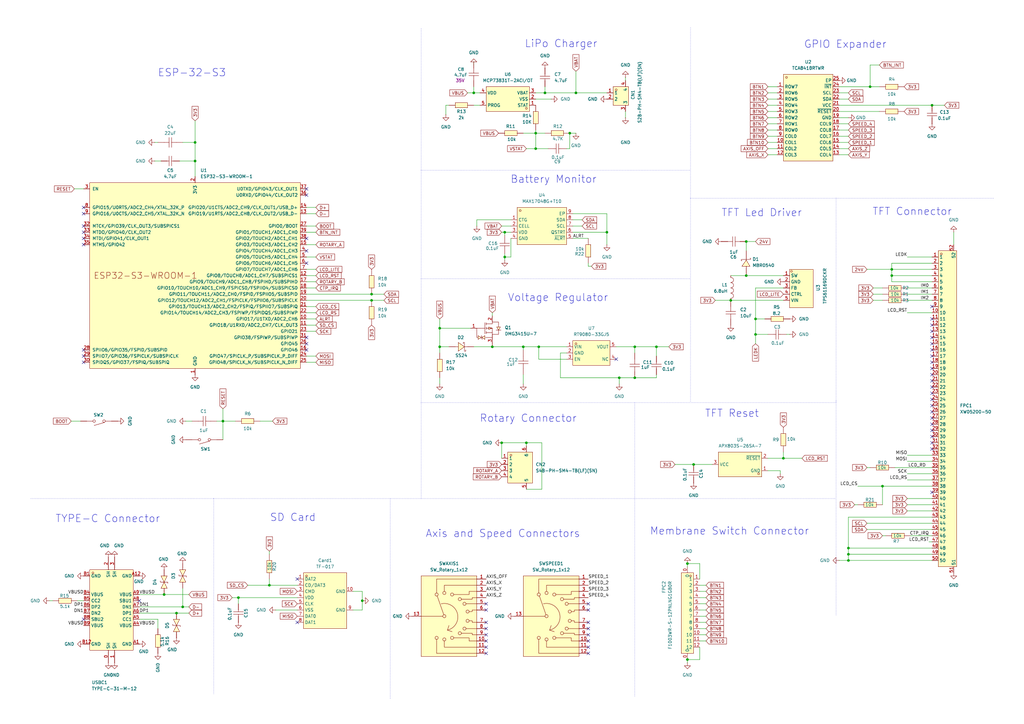
<source format=kicad_sch>
(kicad_sch (version 20231120) (generator "eeschema") (generator_version "8.0")
  (paper "A3")
  (junction (at 347.98 224.79))
  (junction (at 67.31 243.84))
  (junction (at 382.27 43.18))
  (junction (at 80.01 66.04))
  (junction (at 356.87 35.56))
  (junction (at 152.4 120.65))
  (junction (at 281.94 270.51))
  (junction (at 207.01 105.41))
  (junction (at 269.24 142.24))
  (junction (at 365.76 113.03))
  (junction (at 214.63 142.24))
  (junction (at 236.22 38.1))
  (junction (at 215.9 181.61))
  (junction (at 248.92 95.25))
  (junction (at 97.79 245.11))
  (junction (at 80.01 58.42))
  (junction (at 233.68 54.61))
  (junction (at 207.01 95.25))
  (junction (at 347.98 227.33))
  (junction (at 219.71 54.61))
  (junction (at 299.72 123.19))
  (junction (at 219.71 60.96))
  (junction (at 321.31 187.96))
  (junction (at 361.95 199.39))
  (junction (at 110.49 240.03))
  (junction (at 347.98 229.87))
  (junction (at 260.35 154.94))
  (junction (at 254 154.94))
  (junction (at 91.44 172.72))
  (junction (at 220.98 142.24))
  (junction (at 281.94 231.14))
  (junction (at 306.07 99.06))
  (junction (at 72.39 251.46))
  (junction (at 194.31 38.1))
  (junction (at 180.34 142.24))
  (junction (at 306.07 113.03))
  (junction (at 284.48 190.5))
  (junction (at 309.88 137.16))
  (junction (at 309.88 130.81))
  (junction (at 180.34 134.62))
  (junction (at 148.59 246.38))
  (junction (at 205.74 181.61))
  (junction (at 260.35 142.24))
  (junction (at 74.93 248.92))
  (junction (at 223.52 38.1))
  (junction (at 365.76 110.49))
  (junction (at 152.4 123.19))
  (junction (at 201.93 142.24))
  (no_connect (at 199.39 265.43))
  (no_connect (at 241.3 262.89))
  (no_connect (at 199.39 262.89))
  (no_connect (at 382.27 161.29))
  (no_connect (at 125.73 80.01))
  (no_connect (at 252.73 147.32))
  (no_connect (at 382.27 156.21))
  (no_connect (at 382.27 143.51))
  (no_connect (at 382.27 184.15))
  (no_connect (at 241.3 265.43))
  (no_connect (at 199.39 250.19))
  (no_connect (at 125.73 140.97))
  (no_connect (at 125.73 102.87))
  (no_connect (at 34.29 143.51))
  (no_connect (at 125.73 97.79))
  (no_connect (at 34.29 85.09))
  (no_connect (at 34.29 100.33))
  (no_connect (at 199.39 257.81))
  (no_connect (at 241.3 257.81))
  (no_connect (at 199.39 260.35))
  (no_connect (at 382.27 151.13))
  (no_connect (at 382.27 179.07))
  (no_connect (at 121.92 237.49))
  (no_connect (at 125.73 77.47))
  (no_connect (at 382.27 140.97))
  (no_connect (at 382.27 158.75))
  (no_connect (at 382.27 181.61))
  (no_connect (at 57.15 246.38))
  (no_connect (at 121.92 255.27))
  (no_connect (at 241.3 250.19))
  (no_connect (at 382.27 135.89))
  (no_connect (at 241.3 267.97))
  (no_connect (at 125.73 138.43))
  (no_connect (at 382.27 168.91))
  (no_connect (at 382.27 176.53))
  (no_connect (at 382.27 153.67))
  (no_connect (at 382.27 166.37))
  (no_connect (at 34.29 148.59))
  (no_connect (at 199.39 255.27))
  (no_connect (at 382.27 133.35))
  (no_connect (at 34.29 254))
  (no_connect (at 382.27 148.59))
  (no_connect (at 199.39 267.97))
  (no_connect (at 34.29 92.71))
  (no_connect (at 241.3 247.65))
  (no_connect (at 125.73 143.51))
  (no_connect (at 34.29 87.63))
  (no_connect (at 382.27 125.73))
  (no_connect (at 382.27 146.05))
  (no_connect (at 382.27 130.81))
  (no_connect (at 241.3 260.35))
  (no_connect (at 382.27 173.99))
  (no_connect (at 199.39 247.65))
  (no_connect (at 382.27 171.45))
  (no_connect (at 34.29 97.79))
  (no_connect (at 241.3 255.27))
  (no_connect (at 34.29 146.05))
  (no_connect (at 125.73 107.95))
  (no_connect (at 34.29 95.25))
  (no_connect (at 382.27 163.83))
  (no_connect (at 382.27 201.93))
  (no_connect (at 382.27 138.43))
  (wire (pts (xy 269.24 153.67) (xy 269.24 154.94)))
  (wire (pts (xy 365.76 110.49) (xy 382.27 110.49)))
  (wire (pts (xy 344.17 43.18) (xy 382.27 43.18)))
  (polyline (pts (xy 172.72 204.47) (xy 342.9 204.47)) (stroke (width 0) (type dot)))
  (wire (pts (xy 113.03 250.19) (xy 121.92 250.19)))
  (wire (pts (xy 220.98 142.24) (xy 232.41 142.24)))
  (wire (pts (xy 276.86 190.5) (xy 284.48 190.5)))
  (wire (pts (xy 209.55 105.41) (xy 207.01 105.41)))
  (wire (pts (xy 88.9 172.72) (xy 91.44 172.72)))
  (wire (pts (xy 382.27 227.33) (xy 347.98 227.33)))
  (wire (pts (xy 372.11 209.55) (xy 382.27 209.55)))
  (wire (pts (xy 207.01 105.41) (xy 207.01 106.68)))
  (wire (pts (xy 125.73 123.19) (xy 152.4 123.19)))
  (wire (pts (xy 97.79 245.11) (xy 121.92 245.11)))
  (wire (pts (xy 248.92 87.63) (xy 248.92 95.25)))
  (wire (pts (xy 233.68 60.96) (xy 233.68 54.61)))
  (wire (pts (xy 219.71 54.61) (xy 223.52 54.61)))
  (wire (pts (xy 314.96 53.34) (xy 318.77 53.34)))
  (wire (pts (xy 372.11 186.69) (xy 382.27 186.69)))
  (wire (pts (xy 125.73 130.81) (xy 129.54 130.81)))
  (wire (pts (xy 344.17 53.34) (xy 347.98 53.34)))
  (wire (pts (xy 148.59 242.57) (xy 148.59 246.38)))
  (wire (pts (xy 355.6 214.63) (xy 382.27 214.63)))
  (wire (pts (xy 252.73 142.24) (xy 260.35 142.24)))
  (wire (pts (xy 314.96 43.18) (xy 318.77 43.18)))
  (wire (pts (xy 306.07 99.06) (xy 309.88 99.06)))
  (wire (pts (xy 57.15 248.92) (xy 74.93 248.92)))
  (wire (pts (xy 347.98 229.87) (xy 382.27 229.87)))
  (wire (pts (xy 382.27 43.18) (xy 387.35 43.18)))
  (wire (pts (xy 314.96 63.5) (xy 318.77 63.5)))
  (wire (pts (xy 289.56 252.73) (xy 287.02 252.73)))
  (wire (pts (xy 372.11 204.47) (xy 382.27 204.47)))
  (wire (pts (xy 152.4 120.65) (xy 157.48 120.65)))
  (wire (pts (xy 91.44 172.72) (xy 91.44 180.34)))
  (wire (pts (xy 241.3 97.79) (xy 234.95 97.79)))
  (wire (pts (xy 254 154.94) (xy 254 157.48)))
  (polyline (pts (xy 342.9 81.28) (xy 342.9 252.73)) (stroke (width 0) (type dot)))
  (wire (pts (xy 314.96 60.96) (xy 318.77 60.96)))
  (wire (pts (xy 64.77 257.81) (xy 64.77 254)))
  (wire (pts (xy 223.52 38.1) (xy 236.22 38.1)))
  (wire (pts (xy 287.02 237.49) (xy 287.02 231.14)))
  (wire (pts (xy 269.24 142.24) (xy 274.32 142.24)))
  (wire (pts (xy 314.96 45.72) (xy 318.77 45.72)))
  (wire (pts (xy 57.15 251.46) (xy 72.39 251.46)))
  (wire (pts (xy 347.98 224.79) (xy 347.98 227.33)))
  (wire (pts (xy 80.01 58.42) (xy 80.01 66.04)))
  (wire (pts (xy 229.87 144.78) (xy 229.87 154.94)))
  (wire (pts (xy 236.22 29.21) (xy 236.22 38.1)))
  (wire (pts (xy 207.01 104.14) (xy 207.01 105.41)))
  (wire (pts (xy 101.6 240.03) (xy 110.49 240.03)))
  (wire (pts (xy 215.9 182.88) (xy 215.9 181.61)))
  (wire (pts (xy 254 154.94) (xy 260.35 154.94)))
  (wire (pts (xy 314.96 48.26) (xy 318.77 48.26)))
  (wire (pts (xy 144.78 250.19) (xy 148.59 250.19)))
  (wire (pts (xy 31.75 246.38) (xy 34.29 246.38)))
  (wire (pts (xy 125.73 125.73) (xy 129.54 125.73)))
  (wire (pts (xy 287.02 270.51) (xy 281.94 270.51)))
  (wire (pts (xy 365.76 107.95) (xy 365.76 110.49)))
  (wire (pts (xy 306.07 99.06) (xy 306.07 102.87)))
  (wire (pts (xy 373.38 219.71) (xy 382.27 219.71)))
  (wire (pts (xy 314.96 38.1) (xy 318.77 38.1)))
  (wire (pts (xy 372.11 105.41) (xy 382.27 105.41)))
  (wire (pts (xy 152.4 123.19) (xy 157.48 123.19)))
  (wire (pts (xy 372.11 207.01) (xy 382.27 207.01)))
  (wire (pts (xy 195.58 92.71) (xy 195.58 90.17)))
  (polyline (pts (xy 172.72 114.3) (xy 283.21 114.3)) (stroke (width 0) (type dot)))
  (wire (pts (xy 234.95 95.25) (xy 248.92 95.25)))
  (wire (pts (xy 80.01 49.53) (xy 80.01 58.42)))
  (wire (pts (xy 358.14 118.11) (xy 361.95 118.11)))
  (wire (pts (xy 180.34 154.94) (xy 180.34 157.48)))
  (wire (pts (xy 95.25 245.11) (xy 97.79 245.11)))
  (wire (pts (xy 110.49 240.03) (xy 121.92 240.03)))
  (wire (pts (xy 293.37 123.19) (xy 299.72 123.19)))
  (wire (pts (xy 73.66 66.04) (xy 80.01 66.04)))
  (wire (pts (xy 76.2 172.72) (xy 78.74 172.72)))
  (polyline (pts (xy 12.7 204.47) (xy 87.63 204.47)) (stroke (width 0) (type dot)))
  (wire (pts (xy 222.25 200.66) (xy 222.25 181.61)))
  (wire (pts (xy 289.56 240.03) (xy 287.02 240.03)))
  (wire (pts (xy 214.63 142.24) (xy 214.63 143.51)))
  (wire (pts (xy 309.88 130.81) (xy 313.69 130.81)))
  (wire (pts (xy 125.73 110.49) (xy 129.54 110.49)))
  (wire (pts (xy 287.02 231.14) (xy 281.94 231.14)))
  (polyline (pts (xy 172.72 204.47) (xy 172.72 11.43)) (stroke (width 0) (type dot)))
  (wire (pts (xy 256.54 45.72) (xy 256.54 48.26)))
  (wire (pts (xy 125.73 133.35) (xy 129.54 133.35)))
  (wire (pts (xy 207.01 95.25) (xy 209.55 95.25)))
  (wire (pts (xy 214.63 54.61) (xy 219.71 54.61)))
  (wire (pts (xy 63.5 66.04) (xy 66.04 66.04)))
  (wire (pts (xy 201.93 128.27) (xy 201.93 129.54)))
  (wire (pts (xy 391.16 95.25) (xy 391.16 100.33)))
  (wire (pts (xy 125.73 92.71) (xy 129.54 92.71)))
  (wire (pts (xy 299.72 123.19) (xy 321.31 123.19)))
  (wire (pts (xy 361.95 199.39) (xy 361.95 207.01)))
  (wire (pts (xy 314.96 40.64) (xy 318.77 40.64)))
  (wire (pts (xy 281.94 271.78) (xy 281.94 270.51)))
  (wire (pts (xy 358.14 120.65) (xy 361.95 120.65)))
  (wire (pts (xy 321.31 118.11) (xy 309.88 118.11)))
  (wire (pts (xy 236.22 38.1) (xy 248.92 38.1)))
  (wire (pts (xy 74.93 58.42) (xy 80.01 58.42)))
  (wire (pts (xy 205.74 181.61) (xy 205.74 187.96)))
  (wire (pts (xy 232.41 60.96) (xy 233.68 60.96)))
  (wire (pts (xy 344.17 48.26) (xy 347.98 48.26)))
  (wire (pts (xy 344.17 45.72) (xy 360.68 45.72)))
  (wire (pts (xy 365.76 115.57) (xy 382.27 115.57)))
  (wire (pts (xy 74.93 248.92) (xy 77.47 248.92)))
  (wire (pts (xy 194.31 26.67) (xy 194.31 25.4)))
  (wire (pts (xy 125.73 118.11) (xy 129.54 118.11)))
  (wire (pts (xy 148.59 250.19) (xy 148.59 246.38)))
  (wire (pts (xy 356.87 35.56) (xy 360.68 35.56)))
  (wire (pts (xy 382.27 224.79) (xy 347.98 224.79)))
  (wire (pts (xy 91.44 172.72) (xy 96.52 172.72)))
  (wire (pts (xy 309.88 137.16) (xy 314.96 137.16)))
  (polyline (pts (xy 283.21 81.28) (xy 283.21 165.1)) (stroke (width 0) (type dot)))
  (wire (pts (xy 125.73 120.65) (xy 152.4 120.65)))
  (wire (pts (xy 97.79 245.11) (xy 97.79 247.65)))
  (wire (pts (xy 207.01 96.52) (xy 207.01 95.25)))
  (wire (pts (xy 191.77 38.1) (xy 194.31 38.1)))
  (wire (pts (xy 365.76 113.03) (xy 382.27 113.03)))
  (polyline (pts (xy 283.21 81.28) (xy 407.67 81.28)) (stroke (width 0) (type dot)))
  (wire (pts (xy 222.25 181.61) (xy 215.9 181.61)))
  (wire (pts (xy 205.74 95.25) (xy 207.01 95.25)))
  (wire (pts (xy 314.96 35.56) (xy 318.77 35.56)))
  (wire (pts (xy 361.95 219.71) (xy 363.22 219.71)))
  (wire (pts (xy 314.96 55.88) (xy 318.77 55.88)))
  (wire (pts (xy 344.17 58.42) (xy 347.98 58.42)))
  (wire (pts (xy 356.87 26.67) (xy 360.68 26.67)))
  (polyline (pts (xy 260.35 165.1) (xy 260.35 285.75)) (stroke (width 0) (type dot)))
  (wire (pts (xy 320.04 193.04) (xy 314.96 193.04)))
  (wire (pts (xy 129.54 135.89) (xy 125.73 135.89)))
  (wire (pts (xy 223.52 35.56) (xy 223.52 38.1)))
  (wire (pts (xy 180.34 134.62) (xy 180.34 142.24)))
  (wire (pts (xy 195.58 90.17) (xy 209.55 90.17)))
  (wire (pts (xy 194.31 35.56) (xy 194.31 38.1)))
  (wire (pts (xy 372.11 120.65) (xy 382.27 120.65)))
  (polyline (pts (xy 342.9 165.1) (xy 342.9 163.83)) (stroke (width 0) (type dot)))
  (wire (pts (xy 242.57 109.22) (xy 241.3 109.22)))
  (wire (pts (xy 180.34 134.62) (xy 193.04 134.62)))
  (wire (pts (xy 215.9 181.61) (xy 205.74 181.61)))
  (wire (pts (xy 344.17 38.1) (xy 347.98 38.1)))
  (wire (pts (xy 287.02 265.43) (xy 287.02 270.51)))
  (wire (pts (xy 194.31 38.1) (xy 196.85 38.1)))
  (wire (pts (xy 289.56 245.11) (xy 287.02 245.11)))
  (wire (pts (xy 381 222.25) (xy 382.27 222.25)))
  (wire (pts (xy 248.92 95.25) (xy 248.92 100.33)))
  (wire (pts (xy 344.17 55.88) (xy 347.98 55.88)))
  (wire (pts (xy 234.95 90.17) (xy 238.76 90.17)))
  (wire (pts (xy 72.39 251.46) (xy 77.47 251.46)))
  (wire (pts (xy 289.56 262.89) (xy 287.02 262.89)))
  (wire (pts (xy 201.93 142.24) (xy 214.63 142.24)))
  (wire (pts (xy 20.32 246.38) (xy 21.59 246.38)))
  (wire (pts (xy 229.87 144.78) (xy 232.41 144.78)))
  (wire (pts (xy 347.98 212.09) (xy 382.27 212.09)))
  (wire (pts (xy 219.71 40.64) (xy 226.06 40.64)))
  (wire (pts (xy 367.03 191.77) (xy 382.27 191.77)))
  (wire (pts (xy 205.74 92.71) (xy 209.55 92.71)))
  (wire (pts (xy 365.76 115.57) (xy 365.76 113.03)))
  (polyline (pts (xy 87.63 204.47) (xy 172.72 204.47)) (stroke (width 0) (type dot)))
  (wire (pts (xy 223.52 38.1) (xy 219.71 38.1)))
  (wire (pts (xy 194.31 43.18) (xy 196.85 43.18)))
  (wire (pts (xy 323.85 137.16) (xy 322.58 137.16)))
  (wire (pts (xy 215.9 60.96) (xy 219.71 60.96)))
  (wire (pts (xy 234.95 92.71) (xy 238.76 92.71)))
  (wire (pts (xy 306.07 113.03) (xy 321.31 113.03)))
  (wire (pts (xy 372.11 128.27) (xy 382.27 128.27)))
  (wire (pts (xy 194.31 142.24) (xy 201.93 142.24)))
  (polyline (pts (xy 283.21 11.43) (xy 283.21 81.28)) (stroke (width 0) (type dot)))
  (wire (pts (xy 241.3 109.22) (xy 241.3 107.95)))
  (wire (pts (xy 344.17 50.8) (xy 347.98 50.8)))
  (wire (pts (xy 321.31 187.96) (xy 328.93 187.96)))
  (polyline (pts (xy 172.72 165.1) (xy 342.9 165.1)) (stroke (width 0) (type dot)))
  (wire (pts (xy 350.52 207.01) (xy 351.79 207.01)))
  (wire (pts (xy 234.95 87.63) (xy 248.92 87.63)))
  (wire (pts (xy 289.56 242.57) (xy 287.02 242.57)))
  (wire (pts (xy 372.11 118.11) (xy 382.27 118.11)))
  (wire (pts (xy 110.49 237.49) (xy 110.49 240.03)))
  (polyline (pts (xy 172.72 69.85) (xy 283.21 69.85)) (stroke (width 0) (type dot)))
  (wire (pts (xy 344.17 229.87) (xy 347.98 229.87)))
  (wire (pts (xy 344.17 60.96) (xy 347.98 60.96)))
  (wire (pts (xy 372.11 194.31) (xy 382.27 194.31)))
  (wire (pts (xy 74.93 241.3) (xy 74.93 248.92)))
  (wire (pts (xy 125.73 105.41) (xy 129.54 105.41)))
  (wire (pts (xy 344.17 40.64) (xy 347.98 40.64)))
  (wire (pts (xy 372.11 196.85) (xy 382.27 196.85)))
  (wire (pts (xy 344.17 35.56) (xy 356.87 35.56)))
  (polyline (pts (xy 87.63 204.47) (xy 87.63 284.48)) (stroke (width 0) (type dot)))
  (wire (pts (xy 220.98 142.24) (xy 220.98 147.32)))
  (wire (pts (xy 125.73 85.09) (xy 129.54 85.09)))
  (wire (pts (xy 180.34 142.24) (xy 184.15 142.24)))
  (wire (pts (xy 80.01 66.04) (xy 80.01 72.39)))
  (wire (pts (xy 125.73 115.57) (xy 129.54 115.57)))
  (wire (pts (xy 269.24 142.24) (xy 269.24 146.05)))
  (wire (pts (xy 284.48 190.5) (xy 292.1 190.5)))
  (wire (pts (xy 30.48 77.47) (xy 34.29 77.47)))
  (wire (pts (xy 144.78 242.57) (xy 148.59 242.57)))
  (wire (pts (xy 361.95 199.39) (xy 382.27 199.39)))
  (wire (pts (xy 219.71 53.34) (xy 219.71 54.61)))
  (wire (pts (xy 289.56 260.35) (xy 287.02 260.35)))
  (wire (pts (xy 214.63 153.67) (xy 214.63 157.48)))
  (wire (pts (xy 372.11 123.19) (xy 382.27 123.19)))
  (wire (pts (xy 236.22 54.61) (xy 233.68 54.61)))
  (wire (pts (xy 269.24 154.94) (xy 260.35 154.94)))
  (wire (pts (xy 314.96 187.96) (xy 321.31 187.96)))
  (wire (pts (xy 347.98 227.33) (xy 347.98 229.87)))
  (wire (pts (xy 29.21 172.72) (xy 33.02 172.72)))
  (wire (pts (xy 129.54 146.05) (xy 125.73 146.05)))
  (wire (pts (xy 365.76 107.95) (xy 382.27 107.95)))
  (wire (pts (xy 209.55 97.79) (xy 209.55 105.41)))
  (wire (pts (xy 229.87 154.94) (xy 254 154.94)))
  (wire (pts (xy 365.76 113.03) (xy 365.76 110.49)))
  (wire (pts (xy 57.15 243.84) (xy 67.31 243.84)))
  (wire (pts (xy 309.88 130.81) (xy 309.88 137.16)))
  (wire (pts (xy 224.79 60.96) (xy 219.71 60.96)))
  (wire (pts (xy 180.34 142.24) (xy 180.34 144.78)))
  (wire (pts (xy 125.73 113.03) (xy 129.54 113.03)))
  (wire (pts (xy 129.54 148.59) (xy 125.73 148.59)))
  (wire (pts (xy 125.73 95.25) (xy 129.54 95.25)))
  (wire (pts (xy 289.56 257.81) (xy 287.02 257.81)))
  (wire (pts (xy 125.73 100.33) (xy 129.54 100.33)))
  (wire (pts (xy 344.17 63.5) (xy 347.98 63.5)))
  (wire (pts (xy 309.88 137.16) (xy 309.88 140.97)))
  (wire (pts (xy 215.9 200.66) (xy 222.25 200.66)))
  (wire (pts (xy 314.96 50.8) (xy 318.77 50.8)))
  (wire (pts (xy 355.6 110.49) (xy 365.76 110.49)))
  (wire (pts (xy 356.87 26.67) (xy 356.87 35.56)))
  (wire (pts (xy 281.94 231.14) (xy 281.94 232.41)))
  (wire (pts (xy 309.88 118.11) (xy 309.88 130.81)))
  (wire (pts (xy 110.49 226.06) (xy 110.49 227.33)))
  (wire (pts (xy 372.11 189.23) (xy 382.27 189.23)))
  (wire (pts (xy 355.6 217.17) (xy 382.27 217.17)))
  (wire (pts (xy 182.88 46.99) (xy 182.88 43.18)))
  (wire (pts (xy 67.31 243.84) (xy 77.47 243.84)))
  (wire (pts (xy 64.77 254) (xy 57.15 254)))
  (wire (pts (xy 351.79 199.39) (xy 361.95 199.39)))
  (wire (pts (xy 125.73 87.63) (xy 129.54 87.63)))
  (wire (pts (xy 321.31 187.96) (xy 321.31 185.42)))
  (wire (pts (xy 289.56 247.65) (xy 287.02 247.65)))
  (wire (pts (xy 320.04 194.31) (xy 320.04 193.04)))
  (wire (pts (xy 219.71 60.96) (xy 219.71 54.61)))
  (wire (pts (xy 91.44 167.64) (xy 91.44 172.72)))
  (wire (pts (xy 256.54 31.75) (xy 256.54 33.02)))
  (wire (pts (xy 355.6 191.77) (xy 356.87 191.77)))
  (wire (pts (xy 314.96 58.42) (xy 318.77 58.42)))
  (wire (pts (xy 220.98 147.32) (xy 232.41 147.32)))
  (wire (pts (xy 289.56 250.19) (xy 287.02 250.19)))
  (polyline (pts (xy 160.02 204.47) (xy 160.02 287.02)) (stroke (width 0) (type dot)))
  (wire (pts (xy 125.73 128.27) (xy 129.54 128.27)))
  (wire (pts (xy 299.72 113.03) (xy 306.07 113.03)))
  (wire (pts (xy 63.5 58.42) (xy 64.77 58.42)))
  (wire (pts (xy 347.98 212.09) (xy 347.98 224.79)))
  (wire (pts (xy 260.35 142.24) (xy 269.24 142.24)))
  (wire (pts (xy 358.14 123.19) (xy 361.95 123.19)))
  (wire (pts (xy 289.56 255.27) (xy 287.02 255.27)))
  (wire (pts (xy 214.63 142.24) (xy 220.98 142.24)))
  (wire (pts (xy 182.88 43.18) (xy 184.15 43.18)))
  (wire (pts (xy 180.34 130.81) (xy 180.34 134.62)))
  (wire (pts (xy 106.68 172.72) (xy 111.76 172.72)))
  (wire (pts (xy 260.35 142.24) (xy 260.35 144.78)))
  (text "Axis and Speed Connectors" (at 206.248 218.948 0) (effects (font (size 3.048 3.048))))
  (text "ESP-32-S3" (at 78.74 29.972 0) (effects (font (size 3.048 3.048))))
  (text "Rotary Connector" (at 216.662 171.704 0) (effects (font (size 3.048 3.048))))
  (text "Battery Monitor" (at 227.076 73.66 0) (effects (font (size 3.048 3.048))))
  (text "TFT Reset" (at 300.228 169.672 0) (effects (font (size 3.048 3.048))))
  (text "SD Card" (at 120.142 212.344 0) (effects (font (size 3.048 3.048))))
  (text "Membrane Switch Connector" (at 299.212 217.932 0) (effects (font (size 3.048 3.048))))
  (text "LiPo Charger" (at 230.124 18.034 0) (effects (font (size 3.048 3.048))))
  (text "TYPE-C Connector" (at 44.196 212.852 0) (effects (font (size 3.048 3.048))))
  (text "GPIO Expander" (at 346.71 18.288 0) (effects (font (size 3.048 3.048))))
  (text "Voltage Regulator" (at 228.854 122.174 0) (effects (font (size 3.048 3.048))))
  (text "TFT Connector" (at 374.142 86.868 0) (effects (font (size 3.048 3.048))))
  (text "TFT Led Driver" (at 312.42 87.376 0) (effects (font (size 3.048 3.048))))
  (label "VBUSD" (at 57.15 243.84 0))
  (label "DP1" (at 34.29 248.92 180))
  (label "LCD_RST" (at 381 222.25 180))
  (label "LCD_CS" (at 351.79 199.39 180))
  (label "LEDK" (at 372.11 105.41 180))
  (label "DN1" (at 57.15 248.92 0))
  (label "AXIS_OFF" (at 199.39 237.49 0))
  (label "DN1" (at 34.29 251.46 180))
  (label "SPEED_3" (at 241.3 242.57 0))
  (label "SCK" (at 372.11 194.31 180))
  (label "SPEED_2" (at 241.3 240.03 0))
  (label "VBUSD" (at 57.15 256.54 0))
  (label "SPEED_4" (at 241.3 245.11 0))
  (label "MISO" (at 372.11 186.69 180))
  (label "AXIS_X" (at 199.39 240.03 0))
  (label "LCD_RST" (at 372.11 128.27 180))
  (label "VBUSD" (at 34.29 256.54 180))
  (label "LCD_RS" (at 372.11 196.85 180))
  (label "IM0" (at 381 118.11 180))
  (label "VBUSD" (at 34.29 243.84 180))
  (label "SPEED_1" (at 241.3 237.49 0))
  (label "AXIS_Y" (at 199.39 242.57 0))
  (label "ALRT" (at 234.95 97.79 0))
  (label "IM1" (at 381 120.65 180))
  (label "IM2" (at 381 123.19 180))
  (label "CTP_IRQ" (at 381 219.71 180))
  (label "AXIS_Z" (at 199.39 245.11 0))
  (label "MOSI" (at 372.11 189.23 180))
  (label "LCD_RD" (at 379.73 191.77 180))
  (label "DP1" (at 57.15 251.46 0))
  (global_label "LCD_RST" (shape input) (at 129.54 113.03 0) (property "Intersheetrefs" "${INTERSHEET_REFS}" (effects (hide yes))))
  (global_label "3V3" (shape input) (at 372.11 204.47 180) (property "Intersheetrefs" "${INTERSHEET_REFS}" (effects (hide yes))))
  (global_label "BTN6" (shape input) (at 289.56 252.73 0) (property "Intersheetrefs" "${INTERSHEET_REFS}" (effects (hide yes))))
  (global_label "SCK" (shape input) (at 129.54 135.89 0) (property "Intersheetrefs" "${INTERSHEET_REFS}" (effects (hide yes))))
  (global_label "BTN3" (shape input) (at 314.96 40.64 180) (property "Intersheetrefs" "${INTERSHEET_REFS}" (effects (hide yes))))
  (global_label "LCD_RST" (shape input) (at 328.93 187.96 0) (property "Intersheetrefs" "${INTERSHEET_REFS}" (effects (hide yes))))
  (global_label "BTN_INT" (shape input) (at 360.68 26.67 0) (property "Intersheetrefs" "${INTERSHEET_REFS}" (effects (hide yes))))
  (global_label "D+" (shape input) (at 129.54 85.09 0) (property "Intersheetrefs" "${INTERSHEET_REFS}" (effects (hide yes))))
  (global_label "BTN8" (shape input) (at 314.96 53.34 180) (property "Intersheetrefs" "${INTERSHEET_REFS}" (effects (hide yes))))
  (global_label "VSTAT" (shape input) (at 215.9 60.96 180) (property "Intersheetrefs" "${INTERSHEET_REFS}" (effects (hide yes))))
  (global_label "VBUS" (shape input) (at 180.34 130.81 90) (property "Intersheetrefs" "${INTERSHEET_REFS}" (effects (hide yes))))
  (global_label "3V3" (shape input) (at 110.49 226.06 90) (property "Intersheetrefs" "${INTERSHEET_REFS}" (effects (hide yes))))
  (global_label "MOSI" (shape input) (at 129.54 146.05 0) (property "Intersheetrefs" "${INTERSHEET_REFS}" (effects (hide yes))))
  (global_label "BTN5" (shape input) (at 289.56 250.19 0) (property "Intersheetrefs" "${INTERSHEET_REFS}" (effects (hide yes))))
  (global_label "ROTARY_A" (shape input) (at 205.74 193.04 180) (property "Intersheetrefs" "${INTERSHEET_REFS}" (effects (hide yes))))
  (global_label "BTN6" (shape input) (at 314.96 48.26 180) (property "Intersheetrefs" "${INTERSHEET_REFS}" (effects (hide yes))))
  (global_label "VBAT" (shape input) (at 205.74 92.71 180) (property "Intersheetrefs" "${INTERSHEET_REFS}" (effects (hide yes))))
  (global_label "MISO" (shape input) (at 121.92 252.73 180) (property "Intersheetrefs" "${INTERSHEET_REFS}" (effects (hide yes))))
  (global_label "LEDK" (shape input) (at 309.88 140.97 270) (property "Intersheetrefs" "${INTERSHEET_REFS}" (effects (hide yes))))
  (global_label "SDA" (shape input) (at 157.48 120.65 0) (property "Intersheetrefs" "${INTERSHEET_REFS}" (effects (hide yes))))
  (global_label "AXIS_Z" (shape input) (at 347.98 60.96 0) (property "Intersheetrefs" "${INTERSHEET_REFS}" (effects (hide yes))))
  (global_label "D-" (shape input) (at 77.47 248.92 0) (property "Intersheetrefs" "${INTERSHEET_REFS}" (effects (hide yes))))
  (global_label "VBAT" (shape input) (at 201.93 128.27 90) (property "Intersheetrefs" "${INTERSHEET_REFS}" (effects (hide yes))))
  (global_label "BTN10" (shape input) (at 289.56 262.89 0) (property "Intersheetrefs" "${INTERSHEET_REFS}" (effects (hide yes))))
  (global_label "3V3" (shape input) (at 387.35 43.18 0) (property "Intersheetrefs" "${INTERSHEET_REFS}" (effects (hide yes))))
  (global_label "LCD_RS" (shape input) (at 129.54 128.27 0) (property "Intersheetrefs" "${INTERSHEET_REFS}" (effects (hide yes))))
  (global_label "D+" (shape input) (at 77.47 251.46 0) (property "Intersheetrefs" "${INTERSHEET_REFS}" (effects (hide yes))))
  (global_label "D-" (shape input) (at 129.54 87.63 0) (property "Intersheetrefs" "${INTERSHEET_REFS}" (effects (hide yes))))
  (global_label "3V3" (shape input) (at 361.95 219.71 180) (property "Intersheetrefs" "${INTERSHEET_REFS}" (effects (hide yes))))
  (global_label "BTN5" (shape input) (at 314.96 45.72 180) (property "Intersheetrefs" "${INTERSHEET_REFS}" (effects (hide yes))))
  (global_label "SPEED_2" (shape input) (at 347.98 55.88 0) (property "Intersheetrefs" "${INTERSHEET_REFS}" (effects (hide yes))))
  (global_label "VBUS" (shape input) (at 204.47 54.61 180) (property "Intersheetrefs" "${INTERSHEET_REFS}" (effects (hide yes))))
  (global_label "SPEED_3" (shape input) (at 347.98 53.34 0) (property "Intersheetrefs" "${INTERSHEET_REFS}" (effects (hide yes))))
  (global_label "VBUS" (shape input) (at 77.47 243.84 0) (property "Intersheetrefs" "${INTERSHEET_REFS}" (effects (hide yes))))
  (global_label "SD_CS" (shape input) (at 101.6 240.03 180) (property "Intersheetrefs" "${INTERSHEET_REFS}" (effects (hide yes))))
  (global_label "BTN_INT" (shape input) (at 129.54 95.25 0) (property "Intersheetrefs" "${INTERSHEET_REFS}" (effects (hide yes))))
  (global_label "BTN7" (shape input) (at 289.56 255.27 0) (property "Intersheetrefs" "${INTERSHEET_REFS}" (effects (hide yes))))
  (global_label "3V3" (shape input) (at 242.57 109.22 0) (property "Intersheetrefs" "${INTERSHEET_REFS}" (effects (hide yes))))
  (global_label "24V" (shape input) (at 355.6 110.49 180) (property "Intersheetrefs" "${INTERSHEET_REFS}" (effects (hide yes))))
  (global_label "LCD_CS" (shape input) (at 129.54 125.73 0) (property "Intersheetrefs" "${INTERSHEET_REFS}" (effects (hide yes))))
  (global_label "BTN4" (shape input) (at 314.96 43.18 180) (property "Intersheetrefs" "${INTERSHEET_REFS}" (effects (hide yes))))
  (global_label "SD_CS" (shape input) (at 129.54 133.35 0) (property "Intersheetrefs" "${INTERSHEET_REFS}" (effects (hide yes))))
  (global_label "SDA" (shape input) (at 238.76 90.17 0) (property "Intersheetrefs" "${INTERSHEET_REFS}" (effects (hide yes))))
  (global_label "VSTAT" (shape input) (at 129.54 105.41 0) (property "Intersheetrefs" "${INTERSHEET_REFS}" (effects (hide yes))))
  (global_label "AXIS_X" (shape input) (at 314.96 63.5 180) (property "Intersheetrefs" "${INTERSHEET_REFS}" (effects (hide yes))))
  (global_label "SDA" (shape input) (at 355.6 217.17 180) (property "Intersheetrefs" "${INTERSHEET_REFS}" (effects (hide yes))))
  (global_label "3V3" (shape input) (at 205.74 95.25 180) (property "Intersheetrefs" "${INTERSHEET_REFS}" (effects (hide yes))))
  (global_label "3V3" (shape input) (at 276.86 190.5 180) (property "Intersheetrefs" "${INTERSHEET_REFS}" (effects (hide yes))))
  (global_label "VBUS" (shape input) (at 191.77 38.1 180) (property "Intersheetrefs" "${INTERSHEET_REFS}" (effects (hide yes))))
  (global_label "3V3" (shape input) (at 205.74 190.5 180) (property "Intersheetrefs" "${INTERSHEET_REFS}" (effects (hide yes))))
  (global_label "3V3" (shape input) (at 80.01 49.53 90) (property "Intersheetrefs" "${INTERSHEET_REFS}" (effects (hide yes))))
  (global_label "3V3" (shape input) (at 370.84 45.72 0) (property "Intersheetrefs" "${INTERSHEET_REFS}" (effects (hide yes))))
  (global_label "3V3" (shape input) (at 274.32 142.24 0) (property "Intersheetrefs" "${INTERSHEET_REFS}" (effects (hide yes))))
  (global_label "SPEED_1" (shape input) (at 347.98 58.42 0) (property "Intersheetrefs" "${INTERSHEET_REFS}" (effects (hide yes))))
  (global_label "BTN7" (shape input) (at 314.96 50.8 180) (property "Intersheetrefs" "${INTERSHEET_REFS}" (effects (hide yes))))
  (global_label "3V3" (shape input) (at 95.25 245.11 180) (property "Intersheetrefs" "${INTERSHEET_REFS}" (effects (hide yes))))
  (global_label "AXIS_Y" (shape input) (at 347.98 63.5 0) (property "Intersheetrefs" "${INTERSHEET_REFS}" (effects (hide yes))))
  (global_label "3V3" (shape input) (at 372.11 209.55 180) (property "Intersheetrefs" "${INTERSHEET_REFS}" (effects (hide yes))))
  (global_label "CTP_IRQ" (shape input) (at 129.54 118.11 0) (property "Intersheetrefs" "${INTERSHEET_REFS}" (effects (hide yes))))
  (global_label "ROTARY_A" (shape input) (at 129.54 100.33 0) (property "Intersheetrefs" "${INTERSHEET_REFS}" (effects (hide yes))))
  (global_label "3V3" (shape input) (at 293.37 123.19 180) (property "Intersheetrefs" "${INTERSHEET_REFS}" (effects (hide yes))))
  (global_label "3V3" (shape input) (at 358.14 118.11 180) (property "Intersheetrefs" "${INTERSHEET_REFS}" (effects (hide yes))))
  (global_label "3V3" (shape input) (at 152.4 133.35 270) (property "Intersheetrefs" "${INTERSHEET_REFS}" (effects (hide yes))))
  (global_label "SCL" (shape input) (at 238.76 92.71 0) (property "Intersheetrefs" "${INTERSHEET_REFS}" (effects (hide yes))))
  (global_label "LCD_LITE" (shape input) (at 129.54 110.49 0) (property "Intersheetrefs" "${INTERSHEET_REFS}" (effects (hide yes))))
  (global_label "BTN4" (shape input) (at 289.56 247.65 0) (property "Intersheetrefs" "${INTERSHEET_REFS}" (effects (hide yes))))
  (global_label "3V3" (shape input) (at 370.84 35.56 0) (property "Intersheetrefs" "${INTERSHEET_REFS}" (effects (hide yes))))
  (global_label "3V3" (shape input) (at 321.31 175.26 90) (property "Intersheetrefs" "${INTERSHEET_REFS}" (effects (hide yes))))
  (global_label "ROTARY_B" (shape input) (at 205.74 195.58 180) (property "Intersheetrefs" "${INTERSHEET_REFS}" (effects (hide yes))))
  (global_label "ALRT" (shape input) (at 129.54 130.81 0) (property "Intersheetrefs" "${INTERSHEET_REFS}" (effects (hide yes))))
  (global_label "SDA" (shape input) (at 347.98 40.64 0) (property "Intersheetrefs" "${INTERSHEET_REFS}" (effects (hide yes))))
  (global_label "RESET" (shape input) (at 30.48 77.47 180) (property "Intersheetrefs" "${INTERSHEET_REFS}" (effects (hide yes))))
  (global_label "LCD_LITE" (shape input) (at 321.31 120.65 180) (property "Intersheetrefs" "${INTERSHEET_REFS}" (effects (hide yes))))
  (global_label "BTN2" (shape input) (at 314.96 38.1 180) (property "Intersheetrefs" "${INTERSHEET_REFS}" (effects (hide yes))))
  (global_label "VBAT" (shape input) (at 236.22 29.21 90) (property "Intersheetrefs" "${INTERSHEET_REFS}" (effects (hide yes))))
  (global_label "SCL" (shape input) (at 355.6 214.63 180) (property "Intersheetrefs" "${INTERSHEET_REFS}" (effects (hide yes))))
  (global_label "24V" (shape input) (at 309.88 99.06 0) (property "Intersheetrefs" "${INTERSHEET_REFS}" (effects (hide yes))))
  (global_label "MOSI" (shape input) (at 121.92 242.57 180) (property "Intersheetrefs" "${INTERSHEET_REFS}" (effects (hide yes))))
  (global_label "3V3" (shape input) (at 350.52 207.01 180) (property "Intersheetrefs" "${INTERSHEET_REFS}" (effects (hide yes))))
  (global_label "BTN10" (shape input) (at 314.96 58.42 180) (property "Intersheetrefs" "${INTERSHEET_REFS}" (effects (hide yes))))
  (global_label "MISO" (shape input) (at 129.54 148.59 0) (property "Intersheetrefs" "${INTERSHEET_REFS}" (effects (hide yes))))
  (global_label "3V3" (shape input) (at 358.14 123.19 180) (property "Intersheetrefs" "${INTERSHEET_REFS}" (effects (hide yes))))
  (global_label "SPEED_4" (shape input) (at 347.98 50.8 0) (property "Intersheetrefs" "${INTERSHEET_REFS}" (effects (hide yes))))
  (global_label "3V3" (shape input) (at 355.6 191.77 180) (property "Intersheetrefs" "${INTERSHEET_REFS}" (effects (hide yes))))
  (global_label "SCK" (shape input) (at 121.92 247.65 180) (property "Intersheetrefs" "${INTERSHEET_REFS}" (effects (hide yes))))
  (global_label "BTN9" (shape input) (at 289.56 260.35 0) (property "Intersheetrefs" "${INTERSHEET_REFS}" (effects (hide yes))))
  (global_label "3V3" (shape input) (at 111.76 172.72 0) (property "Intersheetrefs" "${INTERSHEET_REFS}" (effects (hide yes))))
  (global_label "BTN9" (shape input) (at 314.96 55.88 180) (property "Intersheetrefs" "${INTERSHEET_REFS}" (effects (hide yes))))
  (global_label "BTN1" (shape input) (at 314.96 35.56 180) (property "Intersheetrefs" "${INTERSHEET_REFS}" (effects (hide yes))))
  (global_label "RESET" (shape input) (at 91.44 167.64 90) (property "Intersheetrefs" "${INTERSHEET_REFS}" (effects (hide yes))))
  (global_label "BOOT" (shape input) (at 129.54 92.71 0) (property "Intersheetrefs" "${INTERSHEET_REFS}" (effects (hide yes))))
  (global_label "SCL" (shape input) (at 347.98 38.1 0) (property "Intersheetrefs" "${INTERSHEET_REFS}" (effects (hide yes))))
  (global_label "BOOT" (shape input) (at 29.21 172.72 180) (property "Intersheetrefs" "${INTERSHEET_REFS}" (effects (hide yes))))
  (global_label "3V3" (shape input) (at 152.4 110.49 90) (property "Intersheetrefs" "${INTERSHEET_REFS}" (effects (hide yes))))
  (global_label "BTN3" (shape input) (at 289.56 245.11 0) (property "Intersheetrefs" "${INTERSHEET_REFS}" (effects (hide yes))))
  (global_label "BTN8" (shape input) (at 289.56 257.81 0) (property "Intersheetrefs" "${INTERSHEET_REFS}" (effects (hide yes))))
  (global_label "AXIS_OFF" (shape input) (at 314.96 60.96 180) (property "Intersheetrefs" "${INTERSHEET_REFS}" (effects (hide yes))))
  (global_label "BTN2" (shape input) (at 289.56 242.57 0) (property "Intersheetrefs" "${INTERSHEET_REFS}" (effects (hide yes))))
  (global_label "SCL" (shape input) (at 157.48 123.19 0) (property "Intersheetrefs" "${INTERSHEET_REFS}" (effects (hide yes))))
  (global_label "3V3" (shape input) (at 358.14 120.65 180) (property "Intersheetrefs" "${INTERSHEET_REFS}" (effects (hide yes))))
  (global_label "BTN1" (shape input) (at 289.56 240.03 0) (property "Intersheetrefs" "${INTERSHEET_REFS}" (effects (hide yes))))
  (global_label "ROTARY_B" (shape input) (at 129.54 115.57 0) (property "Intersheetrefs" "${INTERSHEET_REFS}" (effects (hide yes))))
  (global_label "3V3" (shape input) (at 372.11 207.01 180) (property "Intersheetrefs" "${INTERSHEET_REFS}" (effects (hide yes))))
  (symbol (lib_id "power:GND") (at 76.2 172.72 270) (unit 1)
    (property "Reference" "#PWR04" (effects (hide yes)))
    (property "Value" "GND" (at 72.39 172.7199 90) (effects (justify right)))
    (property "Description" "Power symbol creates a global label with name \"GND\" , ground" (effects (hide yes)))
  )
  (symbol (lib_id "pendant:0402WGF1002TCE") (at 368.3 219.71 180) (unit 1)
    (property "Reference" "R7" (at 366.268 221.996 0) (effects (justify right)))
    (property "Value" "10k" (at 366.268 219.71 0) (effects (justify right)))
    (property "Footprint" "pendant:R0402" (effects (hide yes)))
    (property "Datasheet" "https://lcsc.com/product-detail/Chip-Resistor-Surface-Mount-UniOhm_10KR-1002-1_C25744.html" (effects (hide yes)))
    (property "LCSC Part" "C25744" (effects (hide yes)))
  )
  (symbol (lib_id "pendant:DMG3415U-7") (at 201.93 134.62 0) (unit 1)
    (property "Reference" "Q1" (at 207.01 134.3649 0) (effects (justify left)))
    (property "Value" "DMG3415U-7" (at 207.01 136.9049 0) (effects (justify left)))
    (property "Footprint" "pendant:SOT-23-3_L2.9-W1.6-P1.90-LS2.8-BR-CW" (effects (hide yes)))
    (property "Datasheet" "https://lcsc.com/product-detail/MOSFET_DIODES_DMG3415U-7_DMG3415U-7_C96616.html" (effects (hide yes)))
    (property "LCSC Part" "C96616" (effects (hide yes)))
  )
  (symbol (lib_id "power:GND") (at 223.52 27.94 180) (unit 1)
    (property "Reference" "#PWR035" (effects (hide yes)))
    (property "Value" "GND" (at 223.52 22.86 0))
    (property "Description" "Power symbol creates a global label with name \"GND\" , ground" (effects (hide yes)))
  )
  (symbol (lib_id "power:GND") (at 48.26 172.72 90) (unit 1)
    (property "Reference" "#PWR03" (effects (hide yes)))
    (property "Value" "GND" (at 53.34 172.72 0))
    (property "Description" "Power symbol creates a global label with name \"GND\" , ground" (effects (hide yes)))
  )
  (symbol (lib_id "pendant:CL05B104KO5NNNC") (at 228.6 60.96 0) (unit 1)
    (property "Reference" "C9" (at 228.6 66.294 0))
    (property "Value" "0.1uF" (at 228.854 64.516 0))
    (property "Footprint" "pendant:C0402" (effects (hide yes)))
    (property "Datasheet" "https://lcsc.com/product-detail/Multilayer-Ceramic-Capacitors-MLCC-SMD-SMT_SAMSUNG_CL05B104KO5NNNC_100nF-104-10-16V_C1525.html" (effects (hide yes)))
    (property "LCSC Part" "C1525" (effects (hide yes)))
  )
  (symbol (lib_id "pendant:MAX17048G+T10") (at 222.25 92.71 0) (unit 1)
    (property "Reference" "U4" (at 222.25 80.01 0))
    (property "Value" "MAX17048G+T10" (at 222.25 82.55 0))
    (property "Footprint" "pendant:DFN-8_L2.0-W2.0-P0.50-BL-EP" (effects (hide yes)))
    (property "LCSC Part" "C2682616" (effects (hide yes)))
  )
  (symbol (lib_id "pendant:TS-1088-AR02016") (at 83.82 180.34 180) (unit 1)
    (property "Reference" "SW1" (at 82.296 184.15 0) (effects (justify right)))
    (property "Value" "TS-1088-AR02016" (effects (hide yes)))
    (property "Footprint" "pendant:SW-SMD_L3.9-W3.0-P4.45" (effects (hide yes)))
    (property "Datasheet" "https://lcsc.com/product-detail/Tactile-Switches_XUNPU-TS-1088-AR02016_C720477.html" (effects (hide yes)))
    (property "LCSC Part" "C720477" (effects (hide yes)))
  )
  (symbol (lib_id "pendant:0402WGF1002TCE") (at 241.3 102.87 90) (unit 1)
    (property "Reference" "R22" (at 235.712 104.14 90) (effects (justify right)))
    (property "Value" "10k" (at 235.966 102.108 90) (effects (justify right)))
    (property "Footprint" "pendant:R0402" (effects (hide yes)))
    (property "Datasheet" "https://lcsc.com/product-detail/Chip-Resistor-Surface-Mount-UniOhm_10KR-1002-1_C25744.html" (effects (hide yes)))
    (property "LCSC Part" "C25744" (effects (hide yes)))
  )
  (symbol (lib_id "pendant:0402WGF1002TCE") (at 356.87 207.01 180) (unit 1)
    (property "Reference" "R21" (at 354.838 204.978 0) (effects (justify right)))
    (property "Value" "10k" (at 354.838 207.01 0) (effects (justify right)))
    (property "Footprint" "pendant:R0402" (effects (hide yes)))
    (property "Datasheet" "https://lcsc.com/product-detail/Chip-Resistor-Surface-Mount-UniOhm_10KR-1002-1_C25744.html" (effects (hide yes)))
    (property "LCSC Part" "C25744" (effects (hide yes)))
  )
  (symbol (lib_id "pendant:CL05B104KO5NNNC") (at 284.48 194.31 270) (unit 1)
    (property "Reference" "C14" (at 287.528 194.31 0))
    (property "Value" "0.1uF" (at 280.924 194.564 0))
    (property "Footprint" "pendant:C0402" (effects (hide yes)))
    (property "Datasheet" "https://lcsc.com/product-detail/Multilayer-Ceramic-Capacitors-MLCC-SMD-SMT_SAMSUNG_CL05B104KO5NNNC_100nF-104-10-16V_C1525.html" (effects (hide yes)))
    (property "LCSC Part" "C1525" (effects (hide yes)))
  )
  (symbol (lib_id "power:GND") (at 63.5 58.42 270) (unit 1)
    (property "Reference" "#PWR023" (effects (hide yes)))
    (property "Value" "GND" (at 59.69 58.4199 90) (effects (justify right)))
    (property "Description" "Power symbol creates a global label with name \"GND\" , ground" (effects (hide yes)))
  )
  (symbol (lib_id "Switch:SW_Rotary_1x12") (at 184.15 252.73 0) (unit 1) (in_bom no)
    (property "Reference" "SWAXIS1" (at 184.15 231.14 0))
    (property "Value" "SW_Rotary_1x12" (at 184.15 233.68 0))
    (property "Footprint" "pendant:CPA_12" (effects (hide yes)))
    (property "Datasheet" "http://cdn-reichelt.de/documents/datenblatt/C200/DS-Serie%23LOR.pdf" (effects (hide yes)))
    (property "Description" "rotary switch with 12 positions" (effects (hide yes)))
  )
  (symbol (lib_id "Switch:SW_Rotary_1x12") (at 226.06 252.73 0) (unit 1) (in_bom no)
    (property "Reference" "SWSPEED1" (at 226.06 231.14 0))
    (property "Value" "SW_Rotary_1x12" (at 226.06 233.68 0))
    (property "Footprint" "pendant:CPA_12" (effects (hide yes)))
    (property "Datasheet" "http://cdn-reichelt.de/documents/datenblatt/C200/DS-Serie%23LOR.pdf" (effects (hide yes)))
    (property "Description" "rotary switch with 12 positions" (effects (hide yes)))
  )
  (symbol (lib_id "power:GND") (at 344.17 229.87 270) (unit 1)
    (property "Reference" "#PWR020" (effects (hide yes)))
    (property "Value" "GND" (at 340.36 229.8699 90) (effects (justify right)))
    (property "Description" "Power symbol creates a global label with name \"GND\" , ground" (effects (hide yes)))
  )
  (symbol (lib_id "power:GND") (at 34.29 264.16 270) (unit 1)
    (property "Reference" "#PWR010" (effects (hide yes)))
    (property "Value" "GND" (at 30.48 264.1599 90) (effects (justify right)))
    (property "Description" "Power symbol creates a global label with name \"GND\" , ground" (effects (hide yes)))
  )
  (symbol (lib_id "pendant:SS24_C489139") (at 189.23 142.24 180) (unit 1)
    (property "Reference" "D2" (at 188.976 138.43 0))
    (property "Value" "SS24" (at 189.23 145.796 0))
    (property "Footprint" "pendant:SMA_L4.4-W2.8-LS5.4-R-RD" (effects (hide yes)))
    (property "Datasheet" "https://lcsc.com/product-detail/New-Arrivals_KEXIN-SS24_C489139.html" (effects (hide yes)))
    (property "LCSC Part" "C489139" (effects (hide yes)))
  )
  (symbol (lib_id "power:GND") (at 256.54 31.75 180) (unit 1)
    (property "Reference" "#PWR039" (effects (hide yes)))
    (property "Value" "GND" (at 256.54 26.67 0))
    (property "Description" "Power symbol creates a global label with name \"GND\" , ground" (effects (hide yes)))
  )
  (symbol (lib_id "power:GND") (at 148.59 246.38 90) (unit 1)
    (property "Reference" "#PWR047" (effects (hide yes)))
    (property "Value" "GND" (at 152.4 246.3801 90) (effects (justify right)))
    (property "Description" "Power symbol creates a global label with name \"GND\" , ground" (effects (hide yes)))
  )
  (symbol (lib_id "power:GND") (at 207.01 106.68 0) (unit 1)
    (property "Reference" "#PWR055" (effects (hide yes)))
    (property "Value" "GND" (at 207.01 111.76 0))
    (property "Description" "Power symbol creates a global label with name \"GND\" , ground" (effects (hide yes)))
  )
  (symbol (lib_id "pendant:MBR0540") (at 306.07 107.95 270) (unit 1)
    (property "Reference" "D1" (at 308.61 106.2999 90) (effects (justify left)))
    (property "Value" "MBR0540" (at 308.61 108.8399 90) (effects (justify left)))
    (property "Footprint" "pendant:SOD-123FL_L2.7-W1.8-LS3.8-RD" (effects (hide yes)))
    (property "Datasheet" "https://lcsc.com/product-detail/Schottky-Barrier-Diodes-SBD_MBR0540_C116159.html" (effects (hide yes)))
    (property "LCSC Part" "C116159" (effects (hide yes)))
  )
  (symbol (lib_id "power:GND") (at 34.29 236.22 270) (unit 1)
    (property "Reference" "#PWR09" (effects (hide yes)))
    (property "Value" "GND" (at 30.48 236.2199 90) (effects (justify right)))
    (property "Description" "Power symbol creates a global label with name \"GND\" , ground" (effects (hide yes)))
  )
  (symbol (lib_id "pendant:RT9080-33GJ5") (at 242.57 144.78 0) (unit 1)
    (property "Reference" "U7" (at 242.57 134.62 0))
    (property "Value" "RT9080-33GJ5" (at 242.57 137.16 0))
    (property "Footprint" "pendant:TSOT-23-5_L2.9-W1.6-P0.95-LS2.8-BL" (effects (hide yes)))
    (property "Datasheet" "https://lcsc.com/product-detail/Dropout-Regulators-LDO_Richtek-Tech-RT9080-33GJ5_C841192.html" (effects (hide yes)))
    (property "LCSC Part" "C841192" (effects (hide yes)))
  )
  (symbol (lib_id "pendant:CL21A106KAYNNNE") (at 299.72 128.27 90) (unit 1)
    (property "Reference" "C2" (at 303.53 126.9999 90) (effects (justify right)))
    (property "Value" "10uF" (at 303.53 129.5399 90) (effects (justify right)))
    (property "Footprint" "pendant:C0805" (effects (hide yes)))
    (property "Datasheet" "https://lcsc.com/product-detail/Multilayer-Ceramic-Capacitors-MLCC-SMD-SMT_SAMSUNG_CL21A106KAYNNNE_10uF-106-10-25V_C15850.html" (effects (hide yes)))
    (property "LCSC Part" "C15850" (effects (hide yes)))
  )
  (symbol (lib_id "power:GND") (at 254 157.48 0) (unit 1)
    (property "Reference" "#PWR02" (effects (hide yes)))
    (property "Value" "GND" (at 254 162.56 0))
    (property "Description" "Power symbol creates a global label with name \"GND\" , ground" (effects (hide yes)))
  )
  (symbol (lib_id "pendant:TPS61169DCKR") (at 326.39 118.11 0) (unit 1)
    (property "Reference" "U3" (at 335.534 119.38 90) (effects (justify left)))
    (property "Value" "TPS61169DCKR" (at 338.328 124.714 90) (effects (justify left)))
    (property "Footprint" "pendant:SC-70-5_L2.1-W1.3-P0.65-LS2.1-BR" (effects (hide yes)))
    (property "Datasheet" "https://lcsc.com/product-detail/LED-Drivers_TI_TPS61169DCKR_TPS61169DCKR_C71045.html" (effects (hide yes)))
    (property "LCSC Part" "C71045" (effects (hide yes)))
  )
  (symbol (lib_name "RS-02K4701FT_1") (lib_id "pendant:RS-02K4701FT") (at 228.6 54.61 180) (unit 1)
    (property "Reference" "R12" (at 226.822 51.816 0) (effects (justify right)))
    (property "Value" "4.7K" (at 226.568 56.896 0) (effects (justify right)))
    (property "Footprint" "pendant:R0402" (effects (hide yes)))
    (property "Datasheet" "https://lcsc.com/product-detail/Chip-Resistor-Surface-Mount_4-7KR-4701-1_C140158.html" (effects (hide yes)))
    (property "LCSC Part" "C140158" (effects (hide yes)))
  )
  (symbol (lib_id "power:GND") (at 64.77 267.97 0) (unit 1)
    (property "Reference" "#PWR013" (effects (hide yes)))
    (property "Value" "GND" (at 64.7701 271.78 90) (effects (justify right)))
    (property "Description" "Power symbol creates a global label with name \"GND\" , ground" (effects (hide yes)))
  )
  (symbol (lib_name "0402WGF2001TCE_1") (lib_id "pendant:0402WGF2001TCE") (at 189.23 43.18 0) (unit 1)
    (property "Reference" "R13" (at 189.23 45.72 0))
    (property "Value" "2k" (at 189.23 48.26 0))
    (property "Footprint" "pendant:R0402" (effects (hide yes)))
    (property "Datasheet" "https://lcsc.com/product-detail/Chip-Resistor-Surface-Mount-UniOhm_2KR-2001-1_C4109.html" (effects (hide yes)))
    (property "LCSC Part" "C4109" (effects (hide yes)))
  )
  (symbol (lib_id "pendant:0402WGF1002TCE") (at 219.71 48.26 90) (unit 1)
    (property "Reference" "R14" (at 216.154 47.498 90))
    (property "Value" "10K" (at 216.154 50.038 90))
    (property "Footprint" "pendant:R0402" (effects (hide yes)))
    (property "Datasheet" "https://lcsc.com/product-detail/Chip-Resistor-Surface-Mount-UniOhm_10KR-1002-1_C25744.html" (effects (hide yes)))
    (property "LCSC Part" "C25744" (effects (hide yes)))
  )
  (symbol (lib_id "pendant:S4B-PH-SM4-TB(LF)(SN)") (at 210.82 193.04 0) (unit 1)
    (property "Reference" "CN2" (at 219.71 190.4999 0) (effects (justify left)))
    (property "Value" "S4B-PH-SM4-TB(LF)(SN)" (at 219.71 193.0399 0) (effects (justify left)))
    (property "Footprint" "pendant:CONN-SMD_S4B-PH-SM4-TB-LF-SN" (effects (hide yes)))
    (property "Datasheet" "https://lcsc.com/product-detail/Others_JST-Sales-America_S4B-PH-SM4-TB-LF-SN_JST-Sales-America-S4B-PH-SM4-TB-LF-SN_C265102.html" (effects (hide yes)))
    (property "LCSC Part" "C265102" (effects (hide yes)))
  )
  (symbol (lib_id "power:GND") (at 20.32 246.38 270) (unit 1)
    (property "Reference" "#PWR06" (effects (hide yes)))
    (property "Value" "GND" (at 16.51 246.3801 90) (effects (justify right)))
    (property "Description" "Power symbol creates a global label with name \"GND\" , ground" (effects (hide yes)))
  )
  (symbol (lib_id "power:GND") (at 205.74 181.61 270) (unit 1)
    (property "Reference" "#PWR041" (effects (hide yes)))
    (property "Value" "GND" (at 201.93 181.6099 90) (effects (justify right)))
    (property "Description" "Power symbol creates a global label with name \"GND\" , ground" (effects (hide yes)))
  )
  (symbol (lib_id "power:GND") (at 80.01 153.67 0) (unit 1)
    (property "Reference" "#PWR033" (effects (hide yes)))
    (property "Value" "GND" (at 80.01 158.75 0))
    (property "Description" "Power symbol creates a global label with name \"GND\" , ground" (effects (hide yes)))
  )
  (symbol (lib_id "pendant:CL05A105KA5NQNC") (at 260.35 149.86 270) (unit 1)
    (property "Reference" "C11" (at 263.652 148.59 90) (effects (justify left)))
    (property "Value" "1uF" (at 264.668 150.622 90))
    (property "Footprint" "pendant:C0402" (effects (hide yes)))
    (property "Datasheet" "https://lcsc.com/product-detail/Multilayer-Ceramic-Capacitors-MLCC-SMD-SMT_SAMSUNG_CL05A105KA5NQNC_1uF-105-10-25V_C52923.html" (effects (hide yes)))
    (property "LCSC Part" "C52923" (effects (hide yes)))
  )
  (symbol (lib_id "power:GND") (at 214.63 157.48 0) (unit 1)
    (property "Reference" "#PWR01" (effects (hide yes)))
    (property "Value" "GND" (at 214.63 162.56 0))
    (property "Description" "Power symbol creates a global label with name \"GND\" , ground" (effects (hide yes)))
  )
  (symbol (lib_id "pendant:0402WGF1002TCE") (at 180.34 149.86 90) (unit 1)
    (property "Reference" "R17" (at 182.88 148.5899 90) (effects (justify right)))
    (property "Value" "10k" (at 182.88 151.1299 90) (effects (justify right)))
    (property "Footprint" "pendant:R0402" (effects (hide yes)))
    (property "Datasheet" "https://lcsc.com/product-detail/Chip-Resistor-Surface-Mount-UniOhm_10KR-1002-1_C25744.html" (effects (hide yes)))
    (property "LCSC Part" "C25744" (effects (hide yes)))
  )
  (symbol (lib_id "pendant:TYPE-C-31-M-12") (at 45.72 250.19 0) (unit 1)
    (property "Reference" "USBC1" (at 37.592 279.908 0) (effects (justify left)))
    (property "Value" "TYPE-C-31-M-12" (at 37.592 282.448 0) (effects (justify left)))
    (property "Footprint" "pendant:USB-C_SMD-TYPE-C-31-M-12" (effects (hide yes)))
    (property "Datasheet" "https://lcsc.com/product-detail/USB-Type-C_Korean-Hroparts-Elec-TYPE-C-31-M-12_C165948.html" (effects (hide yes)))
    (property "LCSC Part" "C165948" (effects (hide yes)))
  )
  (symbol (lib_id "pendant:APX803S-26SA-7") (at 302.26 190.5 180) (unit 1)
    (property "Reference" "U5" (at 303.53 180.34 0))
    (property "Value" "APX803S-26SA-7" (at 303.53 182.88 0))
    (property "Footprint" "pendant:SOT-23-3_L2.9-W1.3-P1.83-LS2.4-BR" (effects (hide yes)))
    (property "Datasheet" "https://lcsc.com/product-detail/Microprocessor-Microcontroller-Supervisors_Diodes-Incorporated-APX803S-26SA-7_C526393.html" (effects (hide yes)))
    (property "LCSC Part" "C526393" (effects (hide yes)))
  )
  (symbol (lib_id "pendant:S2B-PH-SM4-TB(LF)(SN)") (at 252.73 39.37 0) (unit 1)
    (property "Reference" "CN1" (at 259.588 40.894 90) (effects (justify left)))
    (property "Value" "S2B-PH-SM4-TB(LF)(SN)" (at 262.382 50.546 90) (effects (justify left)))
    (property "Footprint" "pendant:CONN-SMD_P2.00_S2B-PH-SM4-TB-LF-SN" (effects (hide yes)))
    (property "Datasheet" "https://lcsc.com/product-detail/_JST-Sales-America_S2B-PH-SM4-TB-LF-SN_JST-Sales-America-S2B-PH-SM4-TB-LF-SN_C295747.html" (effects (hide yes)))
    (property "LCSC Part" "C295747" (effects (hide yes)))
  )
  (symbol (lib_id "pendant:LESD5D5.0CT1G_C5246195") (at 67.31 238.76 90) (mirror x) (unit 1)
    (property "Reference" "D4" (at 63.5 238.76 0))
    (property "Value" "LESD5D5.0CT1G" (effects (hide yes)))
    (property "Footprint" "pendant:SOD-523_L1.2-W0.8-LS1.6-BI" (effects (hide yes)))
    (property "LCSC Part" "C5246195" (effects (hide yes)))
  )
  (symbol (lib_id "power:GND") (at 63.5 66.04 270) (unit 1)
    (property "Reference" "#PWR024" (effects (hide yes)))
    (property "Value" "GND" (at 59.69 66.0399 90) (effects (justify right)))
    (property "Description" "Power symbol creates a global label with name \"GND\" , ground" (effects (hide yes)))
  )
  (symbol (lib_id "power:GND") (at 210.82 252.73 270) (unit 1)
    (property "Reference" "#PWR08" (effects (hide yes)))
    (property "Value" "GND" (at 207.01 252.7299 90) (effects (justify right)))
    (property "Description" "Power symbol creates a global label with name \"GND\" , ground" (effects (hide yes)))
  )
  (symbol (lib_id "pendant:0402WGF1002TCE") (at 365.76 35.56 180) (unit 1)
    (property "Reference" "R4" (at 365.76 32.512 0))
    (property "Value" "10k" (at 365.76 38.608 0))
    (property "Footprint" "pendant:R0402" (effects (hide yes)))
    (property "Datasheet" "https://lcsc.com/product-detail/Chip-Resistor-Surface-Mount-UniOhm_10KR-1002-1_C25744.html" (effects (hide yes)))
    (property "LCSC Part" "C25744" (effects (hide yes)))
  )
  (symbol (lib_id "pendant:CL05A105KA5NQNC") (at 214.63 148.59 270) (unit 1)
    (property "Reference" "C12" (at 208.534 147.574 90) (effects (justify left)))
    (property "Value" "1uF" (at 209.55 149.352 90))
    (property "Footprint" "pendant:C0402" (effects (hide yes)))
    (property "Datasheet" "https://lcsc.com/product-detail/Multilayer-Ceramic-Capacitors-MLCC-SMD-SMT_SAMSUNG_CL05A105KA5NQNC_1uF-105-10-25V_C52923.html" (effects (hide yes)))
    (property "LCSC Part" "C52923" (effects (hide yes)))
  )
  (symbol (lib_id "power:GND") (at 391.16 234.95 0) (unit 1)
    (property "Reference" "#PWR037" (effects (hide yes)))
    (property "Value" "GND" (at 391.16 240.03 0))
    (property "Description" "Power symbol creates a global label with name \"GND\" , ground" (effects (hide yes)))
  )
  (symbol (lib_id "PCM_Espressif:ESP32-S3-WROOM-1") (at 80.01 113.03 0) (unit 1)
    (property "Reference" "U1" (at 82.2041 69.85 0) (effects (justify left)))
    (property "Value" "ESP32-S3-WROOM-1" (at 82.2041 72.39 0) (effects (justify left)))
    (property "Footprint" "PCM_Espressif:ESP32-S3-WROOM-1" (effects (hide yes)))
    (property "Datasheet" "https://www.espressif.com/sites/default/files/documentation/esp32-s3-wroom-1_wroom-1u_datasheet_en.pdf" (effects (hide yes)))
    (property "Description" "2.4 GHz WiFi (802.11 b/g/n) and Bluetooth ® 5 (LE) module Built around ESP32S3 series of SoCs, Xtensa ® dualcore 32bit LX7 microprocessor Flash up to 16 MB, PSRAM up to 8 MB 36 GPIOs, rich set of peripherals Onboard PCB antenna" (effects (hide yes)))
  )
  (symbol (lib_id "pendant:0402WGF1002TCE") (at 367.03 123.19 180) (unit 1)
    (property "Reference" "R3" (at 370.078 123.19 0) (effects (justify right)))
    (property "Value" "10k" (at 365.252 123.19 0) (effects (justify right)))
    (property "Footprint" "pendant:R0402" (effects (hide yes)))
    (property "Datasheet" "https://lcsc.com/product-detail/Chip-Resistor-Surface-Mount-UniOhm_10KR-1002-1_C25744.html" (effects (hide yes)))
    (property "LCSC Part" "C25744" (effects (hide yes)))
  )
  (symbol (lib_id "pendant:SWPA6045S6R8MT") (at 299.72 118.11 90) (mirror x) (unit 1)
    (property "Reference" "L1" (at 298.45 116.8399 90) (effects (justify left)))
    (property "Value" "6.8uH" (at 298.45 119.3799 90) (effects (justify left)))
    (property "Footprint" "pendant:IND-SMD_L6.0-W6.0_SWPA6045S" (effects (hide yes)))
    (property "Datasheet" "https://lcsc.com/product-detail/Power-Inductors_6-8uH-20_C57254.html" (effects (hide yes)))
    (property "LCSC Part" "C57254" (effects (hide yes)))
  )
  (symbol (lib_id "power:GND") (at 97.79 255.27 0) (unit 1)
    (property "Reference" "#PWR044" (effects (hide yes)))
    (property "Value" "GND" (at 97.79 260.35 0))
    (property "Description" "Power symbol creates a global label with name \"GND\" , ground" (effects (hide yes)))
  )
  (symbol (lib_id "power:GND") (at 320.04 194.31 0) (unit 1)
    (property "Reference" "#PWR021" (effects (hide yes)))
    (property "Value" "GND" (at 320.04 199.39 0))
    (property "Description" "Power symbol creates a global label with name \"GND\" , ground" (effects (hide yes)))
  )
  (symbol (lib_id "pendant:CL05B104KO5NNNC") (at 318.77 137.16 0) (unit 1)
    (property "Reference" "C3" (at 318.77 134.112 0))
    (property "Value" "0.1uF" (at 319.024 140.716 0))
    (property "Footprint" "pendant:C0402" (effects (hide yes)))
    (property "Datasheet" "https://lcsc.com/product-detail/Multilayer-Ceramic-Capacitors-MLCC-SMD-SMT_SAMSUNG_CL05B104KO5NNNC_100nF-104-10-16V_C1525.html" (effects (hide yes)))
    (property "LCSC Part" "C1525" (effects (hide yes)))
  )
  (symbol (lib_id "power:GND") (at 323.85 137.16 90) (unit 1)
    (property "Reference" "#PWR032" (effects (hide yes)))
    (property "Value" "GND" (at 327.66 137.1599 90) (effects (justify right)))
    (property "Description" "Power symbol creates a global label with name \"GND\" , ground" (effects (hide yes)))
  )
  (symbol (lib_id "power:GND") (at 248.92 100.33 0) (unit 1)
    (property "Reference" "#PWR052" (effects (hide yes)))
    (property "Value" "GND" (at 248.92 105.41 0))
    (property "Description" "Power symbol creates a global label with name \"GND\" , ground" (effects (hide yes)))
  )
  (symbol (lib_id "pendant:XW05200-50") (at 387.35 167.64 0) (unit 1)
    (property "Reference" "FPC1" (at 393.7 166.3699 0) (effects (justify left)))
    (property "Value" "XW05200-50" (at 393.7 168.9099 0) (effects (justify left)))
    (property "Footprint" "pendant:FPC-SMD_50P-P0.50_XW05200-50" (effects (hide yes)))
    (property "Datasheet" "https://lcsc.com/product-detail/FFC-FPC-Connectors_MINTRON-XW05200-50_C376073.html" (effects (hide yes)))
    (property "LCSC Part" "C376073" (effects (hide yes)))
  )
  (symbol (lib_id "pendant:CL05B104KO5NNNC") (at 269.24 149.86 90) (unit 1)
    (property "Reference" "C10" (at 274.32 148.844 90))
    (property "Value" "0.1uF" (at 274.32 151.384 90))
    (property "Footprint" "pendant:C0402" (effects (hide yes)))
    (property "Datasheet" "https://lcsc.com/product-detail/Multilayer-Ceramic-Capacitors-MLCC-SMD-SMT_SAMSUNG_CL05B104KO5NNNC_100nF-104-10-16V_C1525.html" (effects (hide yes)))
    (property "LCSC Part" "C1525" (effects (hide yes)))
  )
  (symbol (lib_id "power:GND") (at 256.54 48.26 0) (unit 1)
    (property "Reference" "#PWR040" (effects (hide yes)))
    (property "Value" "GND" (at 256.54 58.42 0))
    (property "Description" "Power symbol creates a global label with name \"GND\" , ground" (effects (hide yes)))
  )
  (symbol (lib_id "pendant:TCA8418RTWR") (at 331.47 48.26 0) (unit 1)
    (property "Reference" "U2" (at 331.47 25.4 0))
    (property "Value" "TCA8418RTWR" (at 331.47 27.94 0))
    (property "Footprint" "pendant:WQFN-24_L4.0-W4.0-P0.50-TL-EP2.5" (effects (hide yes)))
    (property "Datasheet" "https://lcsc.com/product-detail/Interface-ICs_TI_TCA8418RTWR_TCA8418RTWR_C138713.html" (effects (hide yes)))
    (property "LCSC Part" "C138713" (effects (hide yes)))
  )
  (symbol (lib_id "power:GND") (at 57.15 264.16 90) (unit 1)
    (property "Reference" "#PWR012" (effects (hide yes)))
    (property "Value" "GND" (at 56.896 267.208 90) (effects (justify right)))
    (property "Description" "Power symbol creates a global label with name \"GND\" , ground" (effects (hide yes)))
  )
  (symbol (lib_id "power:GND") (at 194.31 26.67 180) (unit 1)
    (property "Reference" "#PWR015" (effects (hide yes)))
    (property "Value" "GND" (at 194.31 21.59 0))
    (property "Description" "Power symbol creates a global label with name \"GND\" , ground" (effects (hide yes)))
  )
  (symbol (lib_id "power:GND") (at 236.22 54.61 0) (unit 1)
    (property "Reference" "#PWR029" (effects (hide yes)))
    (property "Value" "GND" (at 236.22 59.69 0))
    (property "Description" "Power symbol creates a global label with name \"GND\" , ground" (effects (hide yes)))
  )
  (symbol (lib_id "pendant:CL05B104KO5NNNC") (at 382.27 46.99 90) (unit 1)
    (property "Reference" "C13" (at 387.35 45.974 90))
    (property "Value" "0.1uF" (at 387.35 48.514 90))
    (property "Footprint" "pendant:C0402" (effects (hide yes)))
    (property "Datasheet" "https://lcsc.com/product-detail/Multilayer-Ceramic-Capacitors-MLCC-SMD-SMT_SAMSUNG_CL05B104KO5NNNC_100nF-104-10-16V_C1525.html" (effects (hide yes)))
    (property "LCSC Part" "C1525" (effects (hide yes)))
  )
  (symbol (lib_id "pendant:MCP73831T-2ACI_OT") (at 208.28 40.64 180) (unit 1)
    (property "Reference" "U6" (at 208.28 30.48 0))
    (property "Value" "MCP73831T-2ACI/OT" (at 208.28 33.02 0))
    (property "Footprint" "pendant:SOT-23-5_L3.0-W1.7-P0.95-LS2.8-BL" (effects (hide yes)))
    (property "Datasheet" "https://lcsc.com/product-detail/PMIC-Battery-Management_Microchip-Tech-MCP73831T-2ACI-OT_C424093.html" (effects (hide yes)))
    (property "LCSC Part" "C424093" (effects (hide yes)))
  )
  (symbol (lib_id "power:GND") (at 226.06 40.64 90) (unit 1)
    (property "Reference" "#PWR034" (effects (hide yes)))
    (property "Value" "GND" (at 229.87 40.6399 90) (effects (justify right)))
    (property "Description" "Power symbol creates a global label with name \"GND\" , ground" (effects (hide yes)))
  )
  (symbol (lib_id "pendant:TF-017") (at 133.35 246.38 0) (unit 1)
    (property "Reference" "Card1" (at 133.35 229.87 0))
    (property "Value" "TF-017" (at 133.35 232.41 0))
    (property "Footprint" "pendant:TF-SMD_TF-017" (effects (hide yes)))
    (property "Datasheet" "https://lcsc.com/product-detail/Connector-Card-Sockets_Hanbo-Electronic-TF-017_C410348.html" (effects (hide yes)))
    (property "LCSC Part" "C410348" (effects (hide yes)))
  )
  (symbol (lib_id "power:GND") (at 46.99 228.6 180) (unit 1)
    (property "Reference" "#PWR025" (effects (hide yes)))
    (property "Value" "GND" (at 48.768 223.774 0))
    (property "Description" "Power symbol creates a global label with name \"GND\" , ground" (effects (hide yes)))
  )
  (symbol (lib_id "pendant:CL05A475MP5NRNC") (at 223.52 31.75 90) (unit 1)
    (property "Reference" "C7" (at 227.33 30.4799 90) (effects (justify right)))
    (property "Value" "4.7uF" (at 227.33 33.0199 90) (effects (justify right)))
    (property "Footprint" "pendant:C0402" (effects (hide yes)))
    (property "Datasheet" "https://lcsc.com/product-detail/Multilayer-Ceramic-Capacitors-MLCC-SMD-SMT_SAMSUNG_CL05A475MP5NRNC_4-7uF-475-20-10V_C23733.html" (effects (hide yes)))
    (property "LCSC Part" "C23733" (effects (hide yes)))
  )
  (symbol (lib_id "power:GND") (at 391.16 95.25 180) (unit 1)
    (property "Reference" "#PWR038" (effects (hide yes)))
    (property "Value" "GND" (at 391.16 90.17 0))
    (property "Description" "Power symbol creates a global label with name \"GND\" , ground" (effects (hide yes)))
  )
  (symbol (lib_id "pendant:0402WGF1002TCE") (at 367.03 120.65 180) (unit 1)
    (property "Reference" "R1" (at 370.078 120.65 0) (effects (justify right)))
    (property "Value" "10k" (at 365.252 120.65 0) (effects (justify right)))
    (property "Footprint" "pendant:R0402" (effects (hide yes)))
    (property "Datasheet" "https://lcsc.com/product-detail/Chip-Resistor-Surface-Mount-UniOhm_10KR-1002-1_C25744.html" (effects (hide yes)))
    (property "LCSC Part" "C25744" (effects (hide yes)))
  )
  (symbol (lib_id "pendant:LESD5D5.0CT1G_C5246195") (at 72.39 256.54 90) (mirror x) (unit 1)
    (property "Reference" "D5" (at 68.58 256.54 0))
    (property "Value" "LESD5D5.0CT1G" (effects (hide yes)))
    (property "Footprint" "pendant:SOD-523_L1.2-W0.8-LS1.6-BI" (effects (hide yes)))
    (property "LCSC Part" "C5246195" (effects (hide yes)))
  )
  (symbol (lib_id "power:GND") (at 382.27 50.8 0) (unit 1)
    (property "Reference" "#PWR042" (effects (hide yes)))
    (property "Value" "GND" (at 382.27 55.88 0))
    (property "Description" "Power symbol creates a global label with name \"GND\" , ground" (effects (hide yes)))
  )
  (symbol (lib_id "power:GND") (at 74.93 231.14 180) (unit 1)
    (property "Reference" "#PWR051" (effects (hide yes)))
    (property "Value" "GND" (at 74.676 227.076 0))
    (property "Description" "Power symbol creates a global label with name \"GND\" , ground" (effects (hide yes)))
  )
  (symbol (lib_id "pendant:0402WGF1002TCE") (at 152.4 128.27 90) (unit 1)
    (property "Reference" "R19" (at 154.94 126.9999 90) (effects (justify right)))
    (property "Value" "10k" (at 154.94 129.5399 90) (effects (justify right)))
    (property "Footprint" "pendant:R0402" (effects (hide yes)))
    (property "Datasheet" "https://lcsc.com/product-detail/Chip-Resistor-Surface-Mount-UniOhm_10KR-1002-1_C25744.html" (effects (hide yes)))
    (property "LCSC Part" "C25744" (effects (hide yes)))
  )
  (symbol (lib_id "power:GND") (at 72.39 261.62 0) (unit 1)
    (property "Reference" "#PWR050" (effects (hide yes)))
    (property "Value" "GND" (at 70.612 266.446 0))
    (property "Description" "Power symbol creates a global label with name \"GND\" , ground" (effects (hide yes)))
  )
  (symbol (lib_id "pendant:CL05A105KA5NQNC") (at 83.82 172.72 180) (unit 1)
    (property "Reference" "C1" (at 84.836 168.656 0) (effects (justify left)))
    (property "Value" "1uF" (at 83.566 176.53 0))
    (property "Footprint" "pendant:C0402" (effects (hide yes)))
    (property "Datasheet" "https://lcsc.com/product-detail/Multilayer-Ceramic-Capacitors-MLCC-SMD-SMT_SAMSUNG_CL05A105KA5NQNC_1uF-105-10-25V_C52923.html" (effects (hide yes)))
    (property "LCSC Part" "C52923" (effects (hide yes)))
  )
  (symbol (lib_id "power:GND") (at 46.99 271.78 0) (unit 1)
    (property "Reference" "#PWR027" (effects (hide yes)))
    (property "Value" "GND" (at 46.99 276.86 0))
    (property "Description" "Power symbol creates a global label with name \"GND\" , ground" (effects (hide yes)))
  )
  (symbol (lib_id "pendant:0402WGF1002TCE") (at 101.6 172.72 180) (unit 1)
    (property "Reference" "R6" (at 101.6 169.672 0))
    (property "Value" "10k" (at 101.6 175.768 0))
    (property "Footprint" "pendant:R0402" (effects (hide yes)))
    (property "Datasheet" "https://lcsc.com/product-detail/Chip-Resistor-Surface-Mount-UniOhm_10KR-1002-1_C25744.html" (effects (hide yes)))
    (property "LCSC Part" "C25744" (effects (hide yes)))
  )
  (symbol (lib_name "CL05A475MP5NRNC_1") (lib_id "pendant:CL05A475MP5NRNC") (at 69.85 66.04 0) (unit 1)
    (property "Reference" "C5" (at 69.85 69.85 0))
    (property "Value" "4.7uF" (at 69.85 72.39 0))
    (property "Footprint" "pendant:C0402" (effects (hide yes)))
    (property "Datasheet" "https://lcsc.com/product-detail/Multilayer-Ceramic-Capacitors-MLCC-SMD-SMT_SAMSUNG_CL05A475MP5NRNC_4-7uF-475-20-10V_C23733.html" (effects (hide yes)))
    (property "LCSC Part" "C23733" (effects (hide yes)))
  )
  (symbol (lib_id "pendant:0402WGF1002TCE") (at 110.49 232.41 90) (unit 1)
    (property "Reference" "R20" (at 112.522 230.378 0) (effects (justify right)))
    (property "Value" "10k" (at 110.49 230.378 0) (effects (justify right)))
    (property "Footprint" "pendant:R0402" (effects (hide yes)))
    (property "Datasheet" "https://lcsc.com/product-detail/Chip-Resistor-Surface-Mount-UniOhm_10KR-1002-1_C25744.html" (effects (hide yes)))
    (property "LCSC Part" "C25744" (effects (hide yes)))
  )
  (symbol (lib_id "power:GND") (at 323.85 130.81 90) (unit 1)
    (property "Reference" "#PWR031" (effects (hide yes)))
    (property "Value" "GND" (at 327.66 130.8099 90) (effects (justify right)))
    (property "Description" "Power symbol creates a global label with name \"GND\" , ground" (effects (hide yes)))
  )
  (symbol (lib_id "power:GND") (at 113.03 250.19 270) (unit 1)
    (property "Reference" "#PWR045" (effects (hide yes)))
    (property "Value" "GND" (at 109.22 250.1899 90) (effects (justify right)))
    (property "Description" "Power symbol creates a global label with name \"GND\" , ground" (effects (hide yes)))
  )
  (symbol (lib_id "power:GND") (at 248.92 40.64 270) (unit 1)
    (property "Reference" "#PWR019" (effects (hide yes)))
    (property "Value" "GND" (at 245.11 40.6399 90) (effects (justify right)))
    (property "Description" "Power symbol creates a global label with name \"GND\" , ground" (effects (hide yes)))
  )
  (symbol (lib_id "power:GND") (at 321.31 115.57 270) (unit 1)
    (property "Reference" "#PWR030" (effects (hide yes)))
    (property "Value" "GND" (at 317.5 115.5699 90) (effects (justify right)))
    (property "Description" "Power symbol creates a global label with name \"GND\" , ground" (effects (hide yes)))
  )
  (symbol (lib_id "power:GND") (at 44.45 228.6 180) (unit 1)
    (property "Reference" "#PWR014" (effects (hide yes)))
    (property "Value" "GND" (at 42.926 223.774 0))
    (property "Description" "Power symbol creates a global label with name \"GND\" , ground" (effects (hide yes)))
  )
  (symbol (lib_id "power:GND") (at 347.98 48.26 90) (unit 1)
    (property "Reference" "#PWR018" (effects (hide yes)))
    (property "Value" "GND" (at 353.06 48.26 90))
    (property "Description" "Power symbol creates a global label with name \"GND\" , ground" (effects (hide yes)))
  )
  (symbol (lib_name "0402WGF5101TCE_1") (lib_id "pendant:0402WGF5101TCE") (at 26.67 246.38 180) (unit 1)
    (property "Reference" "R15" (at 26.416 244.348 0))
    (property "Value" "5.1k" (at 26.67 248.666 0))
    (property "Footprint" "pendant:R0402" (effects (hide yes)))
    (property "Datasheet" "https://lcsc.com/product-detail/Chip-Resistor-Surface-Mount-UniOhm_5-1KR-5101-1_C25905.html" (effects (hide yes)))
    (property "LCSC Part" "C25905" (effects (hide yes)))
  )
  (symbol (lib_id "pendant:F1003WR-S-12PNLNG1GB0R") (at 281.94 252.73 0) (unit 1)
    (property "Reference" "FPC2" (at 272.288 238.252 90) (effects (justify right)))
    (property "Value" "F1003WR-S-12PNLNG1GB0R" (at 274.828 238.252 90) (effects (justify right)))
    (property "Footprint" "pendant:FPC-SMD_12P-P1.00_L5.5-W19.0" (effects (hide yes)))
    (property "Datasheet" "https://lcsc.com/product-detail/FFC-FPC-Flat-Flexible-Connectors_HR-F1003WR-S-12PNLNG1GB0R_C247808.html" (effects (hide yes)))
    (property "LCSC Part" "C247808" (effects (hide yes)))
  )
  (symbol (lib_id "pendant:CL05A105KA5NQNC") (at 300.99 99.06 0) (unit 1)
    (property "Reference" "C6" (at 299.466 105.41 0) (effects (justify left)))
    (property "Value" "1uF" (at 300.99 103.378 0))
    (property "Footprint" "pendant:C0402" (effects (hide yes)))
    (property "Datasheet" "https://lcsc.com/product-detail/Multilayer-Ceramic-Capacitors-MLCC-SMD-SMT_SAMSUNG_CL05A105KA5NQNC_1uF-105-10-25V_C52923.html" (effects (hide yes)))
    (property "LCSC Part" "C52923" (effects (hide yes)))
  )
  (symbol (lib_id "pendant:0402WGF1002TCE") (at 367.03 118.11 180) (unit 1)
    (property "Reference" "R2" (at 370.078 118.11 0) (effects (justify right)))
    (property "Value" "10k" (at 364.998 118.11 0) (effects (justify right)))
    (property "Footprint" "pendant:R0402" (effects (hide yes)))
    (property "Datasheet" "https://lcsc.com/product-detail/Chip-Resistor-Surface-Mount-UniOhm_10KR-1002-1_C25744.html" (effects (hide yes)))
    (property "LCSC Part" "C25744" (effects (hide yes)))
  )
  (symbol (lib_id "power:GND") (at 281.94 231.14 180) (unit 1)
    (property "Reference" "#PWR017" (effects (hide yes)))
    (property "Value" "GND" (at 281.94 226.06 0))
    (property "Description" "Power symbol creates a global label with name \"GND\" , ground" (effects (hide yes)))
  )
  (symbol (lib_id "power:GND") (at 344.17 33.02 90) (unit 1)
    (property "Reference" "#PWR048" (effects (hide yes)))
    (property "Value" "GND" (at 349.25 33.02 90))
    (property "Description" "Power symbol creates a global label with name \"GND\" , ground" (effects (hide yes)))
  )
  (symbol (lib_id "pendant:0402WGF1002TCE") (at 209.55 54.61 180) (unit 1)
    (property "Reference" "R11" (at 207.518 51.816 0) (effects (justify right)))
    (property "Value" "10k" (at 208.026 57.15 0) (effects (justify right)))
    (property "Footprint" "pendant:R0402" (effects (hide yes)))
    (property "Datasheet" "https://lcsc.com/product-detail/Chip-Resistor-Surface-Mount-UniOhm_10KR-1002-1_C25744.html" (effects (hide yes)))
    (property "LCSC Part" "C25744" (effects (hide yes)))
  )
  (symbol (lib_id "pendant:0402WGF1002TCE") (at 152.4 115.57 90) (unit 1)
    (property "Reference" "R18" (at 154.94 114.2999 90) (effects (justify right)))
    (property "Value" "10k" (at 154.94 116.8399 90) (effects (justify right)))
    (property "Footprint" "pendant:R0402" (effects (hide yes)))
    (property "Datasheet" "https://lcsc.com/product-detail/Chip-Resistor-Surface-Mount-UniOhm_10KR-1002-1_C25744.html" (effects (hide yes)))
    (property "LCSC Part" "C25744" (effects (hide yes)))
  )
  (symbol (lib_id "power:GND") (at 295.91 99.06 270) (unit 1)
    (property "Reference" "#PWR028" (effects (hide yes)))
    (property "Value" "GND" (at 292.1 99.0599 90) (effects (justify right)))
    (property "Description" "Power symbol creates a global label with name \"GND\" , ground" (effects (hide yes)))
  )
  (symbol (lib_id "pendant:GRM21BZ7YA475KE15L") (at 194.31 30.48 270) (unit 1)
    (property "Reference" "C8" (at 187.706 28.448 90) (effects (justify left)))
    (property "Value" "4.7uF" (at 188.976 30.734 90))
    (property "Footprint" "pendant:C0805" (effects (hide yes)))
    (property "LCSC Part" "C668361" (effects (hide yes)))
    (property "Voltage" "35V" (at 188.722 33.02 90))
  )
  (symbol (lib_id "power:GND") (at 284.48 198.12 0) (unit 1)
    (property "Reference" "#PWR043" (effects (hide yes)))
    (property "Value" "GND" (at 284.48 203.2 0))
    (property "Description" "Power symbol creates a global label with name \"GND\" , ground" (effects (hide yes)))
  )
  (symbol (lib_id "pendant:CL05B104KO5NNNC") (at 207.01 100.33 270) (unit 1)
    (property "Reference" "C16" (at 202.184 99.822 90))
    (property "Value" "0.1uF" (at 201.93 101.854 90))
    (property "Footprint" "pendant:C0402" (effects (hide yes)))
    (property "Datasheet" "https://lcsc.com/product-detail/Multilayer-Ceramic-Capacitors-MLCC-SMD-SMT_SAMSUNG_CL05B104KO5NNNC_100nF-104-10-16V_C1525.html" (effects (hide yes)))
    (property "LCSC Part" "C1525" (effects (hide yes)))
  )
  (symbol (lib_id "power:GND") (at 67.31 233.68 180) (unit 1)
    (property "Reference" "#PWR049" (effects (hide yes)))
    (property "Value" "GND" (at 67.056 229.362 0))
    (property "Description" "Power symbol creates a global label with name \"GND\" , ground" (effects (hide yes)))
  )
  (symbol (lib_name "TS-1088-AR02016_1") (lib_id "pendant:TS-1088-AR02016") (at 40.64 172.72 180) (unit 1)
    (property "Reference" "SW2" (at 38.354 170.18 0) (effects (justify right)))
    (property "Value" "TS-1088-AR02016" (effects (hide yes)))
    (property "Footprint" "pendant:SW-SMD_L3.9-W3.0-P4.45" (effects (hide yes)))
    (property "Datasheet" "https://lcsc.com/product-detail/Tactile-Switches_XUNPU-TS-1088-AR02016_C720477.html" (effects (hide yes)))
    (property "LCSC Part" "C720477" (effects (hide yes)))
  )
  (symbol (lib_id "pendant:LESD5D5.0CT1G_C5246195") (at 74.93 236.22 90) (mirror x) (unit 1)
    (property "Reference" "D3" (at 71.12 236.22 0))
    (property "Value" "LESD5D5.0CT1G" (effects (hide yes)))
    (property "Footprint" "pendant:SOD-523_L1.2-W0.8-LS1.6-BI" (effects (hide yes)))
    (property "LCSC Part" "C5246195" (effects (hide yes)))
  )
  (symbol (lib_name "0402WGF5101TCE_1") (lib_id "pendant:0402WGF5101TCE") (at 64.77 262.89 270) (unit 1)
    (property "Reference" "R16" (at 68.58 262.89 0))
    (property "Value" "5.1k" (at 66.548 263.144 0))
    (property "Footprint" "pendant:R0402" (effects (hide yes)))
    (property "Datasheet" "https://lcsc.com/product-detail/Chip-Resistor-Surface-Mount-UniOhm_5-1KR-5101-1_C25905.html" (effects (hide yes)))
    (property "LCSC Part" "C25905" (effects (hide yes)))
  )
  (symbol (lib_id "power:GND") (at 57.15 236.22 90) (unit 1)
    (property "Reference" "#PWR011" (effects (hide yes)))
    (property "Value" "GND" (at 54.864 238.506 90) (effects (justify right)))
    (property "Description" "Power symbol creates a global label with name \"GND\" , ground" (effects (hide yes)))
  )
  (symbol (lib_id "power:GND") (at 195.58 92.71 0) (unit 1)
    (property "Reference" "#PWR054" (effects (hide yes)))
    (property "Value" "GND" (at 195.58 97.79 0))
    (property "Description" "Power symbol creates a global label with name \"GND\" , ground" (effects (hide yes)))
  )
  (symbol (lib_id "power:GND") (at 168.91 252.73 270) (unit 1)
    (property "Reference" "#PWR07" (effects (hide yes)))
    (property "Value" "GND" (at 165.1 252.7299 90) (effects (justify right)))
    (property "Description" "Power symbol creates a global label with name \"GND\" , ground" (effects (hide yes)))
  )
  (symbol (lib_id "power:GND") (at 182.88 46.99 0) (unit 1)
    (property "Reference" "#PWR036" (effects (hide yes)))
    (property "Value" "GND" (at 182.88 52.07 0))
    (property "Description" "Power symbol creates a global label with name \"GND\" , ground" (effects (hide yes)))
  )
  (symbol (lib_id "power:GND") (at 76.2 180.34 270) (unit 1)
    (property "Reference" "#PWR05" (effects (hide yes)))
    (property "Value" "GND" (at 71.12 180.34 0))
    (property "Description" "Power symbol creates a global label with name \"GND\" , ground" (effects (hide yes)))
  )
  (symbol (lib_id "pendant:CL10A226MQ8NRNC") (at 69.85 58.42 0) (unit 1)
    (property "Reference" "C4" (at 69.85 52.07 0))
    (property "Value" "22uF" (at 69.85 54.61 0))
    (property "Footprint" "pendant:C0603" (effects (hide yes)))
    (property "Datasheet" "https://lcsc.com/product-detail/Multilayer-Ceramic-Capacitors-MLCC-SMD-SMT_SAMSUNG_CL10A226MQ8NRNC_22uF-226-20-6-3V_C59461.html" (effects (hide yes)))
    (property "LCSC Part" "C59461" (effects (hide yes)))
  )
  (symbol (lib_id "pendant:0402WGF1002TCE") (at 365.76 45.72 180) (unit 1)
    (property "Reference" "R8" (at 365.76 42.672 0))
    (property "Value" "10k" (at 365.76 48.768 0))
    (property "Footprint" "pendant:R0402" (effects (hide yes)))
    (property "Datasheet" "https://lcsc.com/product-detail/Chip-Resistor-Surface-Mount-UniOhm_10KR-1002-1_C25744.html" (effects (hide yes)))
    (property "LCSC Part" "C25744" (effects (hide yes)))
  )
  (symbol (lib_id "pendant:ETCR0603F8K20K9") (at 318.77 130.81 0) (unit 1)
    (property "Reference" "R5" (at 318.516 125.984 0))
    (property "Value" "8.2" (at 318.516 128.524 0))
    (property "Footprint" "pendant:R0402" (effects (hide yes)))
    (property "Datasheet" "https://wmsc.lcsc.com/wmsc/upload/file/pdf/v2/lcsc/2304140030_BOURNS-CR0402-J--9R1GLF_C203098.pdf" (effects (hide yes)))
    (property "LCSC Part" "C203098" (effects (hide yes)))
  )
  (symbol (lib_id "pendant:0402WGF1002TCE") (at 321.31 180.34 270) (unit 1)
    (property "Reference" "R9" (at 319.532 180.34 90) (effects (justify right)))
    (property "Value" "10k" (at 326.39 180.086 90) (effects (justify right)))
    (property "Footprint" "pendant:R0402" (effects (hide yes)))
    (property "Datasheet" "https://lcsc.com/product-detail/Chip-Resistor-Surface-Mount-UniOhm_10KR-1002-1_C25744.html" (effects (hide yes)))
    (property "LCSC Part" "C25744" (effects (hide yes)))
  )
  (symbol (lib_id "power:GND") (at 180.34 157.48 0) (unit 1)
    (property "Reference" "#PWR016" (effects (hide yes)))
    (property "Value" "GND" (at 180.34 162.56 0))
    (property "Description" "Power symbol creates a global label with name \"GND\" , ground" (effects (hide yes)))
  )
  (symbol (lib_id "power:GND") (at 44.45 271.78 0) (unit 1)
    (property "Reference" "#PWR026" (effects (hide yes)))
    (property "Value" "GND" (at 44.45 276.86 0))
    (property "Description" "Power symbol creates a global label with name \"GND\" , ground" (effects (hide yes)))
  )
  (symbol (lib_id "pendant:CL05B104KO5NNNC") (at 97.79 251.46 270) (unit 1)
    (property "Reference" "C15" (at 100.838 251.46 0))
    (property "Value" "0.1uF" (at 94.234 251.714 0))
    (property "Footprint" "pendant:C0402" (effects (hide yes)))
    (property "Datasheet" "https://lcsc.com/product-detail/Multilayer-Ceramic-Capacitors-MLCC-SMD-SMT_SAMSUNG_CL05B104KO5NNNC_100nF-104-10-16V_C1525.html" (effects (hide yes)))
    (property "LCSC Part" "C1525" (effects (hide yes)))
  )
  (symbol (lib_id "pendant:0402WGF1002TCE") (at 361.95 191.77 180) (unit 1)
    (property "Reference" "R10" (at 359.918 189.738 0) (effects (justify right)))
    (property "Value" "10k" (at 359.918 191.77 0) (effects (justify right)))
    (property "Footprint" "pendant:R0402" (effects (hide yes)))
    (property "Datasheet" "https://lcsc.com/product-detail/Chip-Resistor-Surface-Mount-UniOhm_10KR-1002-1_C25744.html" (effects (hide yes)))
    (property "LCSC Part" "C25744" (effects (hide yes)))
  )
  (symbol (lib_id "power:GND") (at 299.72 133.35 0) (unit 1)
    (property "Reference" "#PWR022" (effects (hide yes)))
    (property "Value" "GND" (at 299.72 138.43 0))
    (property "Description" "Power symbol creates a global label with name \"GND\" , ground" (effects (hide yes)))
  )
  (symbol (lib_id "power:GND") (at 281.94 271.78 0) (unit 1)
    (property "Reference" "#PWR046" (effects (hide yes)))
    (property "Value" "GND" (at 281.94 276.86 0))
    (property "Description" "Power symbol creates a global label with name \"GND\" , ground" (effects (hide yes)))
  )
)
</source>
